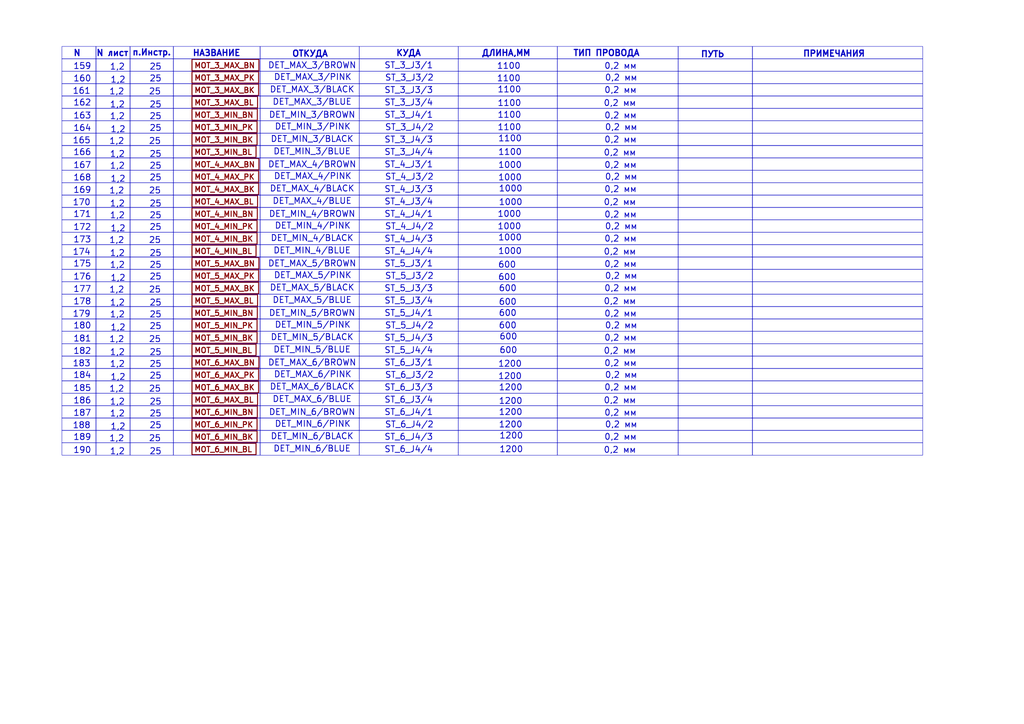
<source format=kicad_sch>
(kicad_sch
	(version 20231120)
	(generator "eeschema")
	(generator_version "8.0")
	(uuid "22f12089-7a89-4d0c-b9d5-6315322fe405")
	(paper "A3")
	(lib_symbols)
	(rectangle
		(start 278.13 181.61)
		(end 308.61 186.69)
		(stroke
			(width 0)
			(type default)
		)
		(fill
			(type none)
		)
		(uuid 00f2f0f8-bb03-4911-b4e1-5aceaaa16652)
	)
	(rectangle
		(start 278.13 59.69)
		(end 308.61 64.77)
		(stroke
			(width 0)
			(type default)
		)
		(fill
			(type none)
		)
		(uuid 010bec0d-6feb-40c4-97da-52892db5ea99)
	)
	(rectangle
		(start 106.68 95.25)
		(end 147.32 100.33)
		(stroke
			(width 0)
			(type default)
		)
		(fill
			(type none)
		)
		(uuid 01939602-089b-4328-a58e-e6b8f7774b2d)
	)
	(rectangle
		(start 308.61 156.21)
		(end 378.46 161.29)
		(stroke
			(width 0)
			(type default)
		)
		(fill
			(type none)
		)
		(uuid 01fa903e-5eac-42f5-8ef8-a9b223870a37)
	)
	(rectangle
		(start 187.96 59.69)
		(end 228.6 64.77)
		(stroke
			(width 0)
			(type default)
		)
		(fill
			(type none)
		)
		(uuid 0272e8c3-cb27-47d5-a545-aa5df7762ad2)
	)
	(rectangle
		(start 228.6 151.13)
		(end 278.13 156.21)
		(stroke
			(width 0)
			(type default)
		)
		(fill
			(type none)
		)
		(uuid 037faf7b-adf6-480d-bb8e-38bca3a591ea)
	)
	(rectangle
		(start 147.32 85.09)
		(end 187.96 90.17)
		(stroke
			(width 0)
			(type default)
		)
		(fill
			(type none)
		)
		(uuid 03b6cb2d-3360-4bc0-b43e-be3158d8d66c)
	)
	(rectangle
		(start 39.37 110.49)
		(end 53.34 115.57)
		(stroke
			(width 0)
			(type default)
		)
		(fill
			(type none)
		)
		(uuid 03d264a4-66d6-4dda-a480-7133a5d936e3)
	)
	(rectangle
		(start 71.12 24.13)
		(end 106.68 29.21)
		(stroke
			(width 0)
			(type default)
		)
		(fill
			(type none)
		)
		(uuid 05998d74-b113-480b-983c-a13899d735de)
	)
	(rectangle
		(start 187.96 166.37)
		(end 228.6 171.45)
		(stroke
			(width 0)
			(type default)
		)
		(fill
			(type none)
		)
		(uuid 05b97441-b52d-40a9-b214-21d5f0824de6)
	)
	(rectangle
		(start 53.34 95.25)
		(end 71.12 100.33)
		(stroke
			(width 0)
			(type default)
		)
		(fill
			(type none)
		)
		(uuid 07b7e373-bd29-4b39-a7cb-aebf681ab3ef)
	)
	(rectangle
		(start 71.12 105.41)
		(end 106.68 110.49)
		(stroke
			(width 0)
			(type default)
		)
		(fill
			(type none)
		)
		(uuid 092e5d6b-920f-41b5-8e18-5d0b622bf59d)
	)
	(rectangle
		(start 308.61 135.89)
		(end 378.46 140.97)
		(stroke
			(width 0)
			(type default)
		)
		(fill
			(type none)
		)
		(uuid 0a0c9e22-0691-464a-80c7-0f22efa52cb4)
	)
	(rectangle
		(start 25.4 171.45)
		(end 39.37 176.53)
		(stroke
			(width 0)
			(type default)
		)
		(fill
			(type none)
		)
		(uuid 0a789ff6-c702-4c9e-ae85-cab2636e4df1)
	)
	(rectangle
		(start 187.96 161.29)
		(end 228.6 166.37)
		(stroke
			(width 0)
			(type default)
		)
		(fill
			(type none)
		)
		(uuid 0ab92fb0-c1c4-40e1-b7e0-fa060d53a904)
	)
	(rectangle
		(start 53.34 74.93)
		(end 71.12 80.01)
		(stroke
			(width 0)
			(type default)
		)
		(fill
			(type none)
		)
		(uuid 0afa60a1-fc6b-4f17-b0f2-406b8f9c789f)
	)
	(rectangle
		(start 39.37 151.13)
		(end 53.34 156.21)
		(stroke
			(width 0)
			(type default)
		)
		(fill
			(type none)
		)
		(uuid 0d07f645-ec4e-449c-b452-05dd35c0caad)
	)
	(rectangle
		(start 53.34 85.09)
		(end 71.12 90.17)
		(stroke
			(width 0)
			(type default)
		)
		(fill
			(type none)
		)
		(uuid 0e486c77-e3fa-43d1-9a56-d04a6bfab542)
	)
	(rectangle
		(start 39.37 171.45)
		(end 53.34 176.53)
		(stroke
			(width 0)
			(type default)
		)
		(fill
			(type none)
		)
		(uuid 0ee49aac-09ce-40b1-ad39-c8c8c48e5e12)
	)
	(rectangle
		(start 39.37 120.65)
		(end 53.34 125.73)
		(stroke
			(width 0)
			(type default)
		)
		(fill
			(type none)
		)
		(uuid 1260ec89-596f-450c-8728-241bafda7b87)
	)
	(rectangle
		(start 39.37 166.37)
		(end 53.34 171.45)
		(stroke
			(width 0)
			(type default)
		)
		(fill
			(type none)
		)
		(uuid 12c62c49-a785-4d79-8216-f6fe6a2fa192)
	)
	(rectangle
		(start 25.4 100.33)
		(end 39.37 105.41)
		(stroke
			(width 0)
			(type default)
		)
		(fill
			(type none)
		)
		(uuid 13468152-8f97-43d3-b89f-b34907f7ccbc)
	)
	(rectangle
		(start 228.6 54.61)
		(end 278.13 59.69)
		(stroke
			(width 0)
			(type default)
		)
		(fill
			(type none)
		)
		(uuid 141e139d-58d5-47f9-8799-f66102742441)
	)
	(rectangle
		(start 278.13 135.89)
		(end 308.61 140.97)
		(stroke
			(width 0)
			(type default)
		)
		(fill
			(type none)
		)
		(uuid 146b0b2d-c5a4-4407-97a1-fe227da3962d)
	)
	(rectangle
		(start 278.13 130.81)
		(end 308.61 135.89)
		(stroke
			(width 0)
			(type default)
		)
		(fill
			(type none)
		)
		(uuid 14780d95-1f82-40ed-8df2-deab484f0d1e)
	)
	(rectangle
		(start 25.4 19.05)
		(end 39.37 24.13)
		(stroke
			(width 0)
			(type default)
		)
		(fill
			(type none)
		)
		(uuid 150b66c5-771a-4456-9199-7863fa2ce6b3)
	)
	(rectangle
		(start 278.13 151.13)
		(end 308.61 156.21)
		(stroke
			(width 0)
			(type default)
		)
		(fill
			(type none)
		)
		(uuid 15a0f396-22f2-4902-8ff8-7bd318f8ddd9)
	)
	(rectangle
		(start 147.32 166.37)
		(end 187.96 171.45)
		(stroke
			(width 0)
			(type default)
		)
		(fill
			(type none)
		)
		(uuid 15eb00cb-a328-475d-99de-c305635e21b4)
	)
	(rectangle
		(start 308.61 34.29)
		(end 378.46 39.37)
		(stroke
			(width 0)
			(type default)
		)
		(fill
			(type none)
		)
		(uuid 16b06720-af92-446a-bbc1-c1af01f18353)
	)
	(rectangle
		(start 187.96 24.13)
		(end 228.6 29.21)
		(stroke
			(width 0)
			(type default)
		)
		(fill
			(type none)
		)
		(uuid 18502f3d-27d7-47e2-bf92-b043e6fef5b5)
	)
	(rectangle
		(start 228.6 161.29)
		(end 278.13 166.37)
		(stroke
			(width 0)
			(type default)
		)
		(fill
			(type none)
		)
		(uuid 1954a2cc-b7b2-44ea-8993-fcb1e240773f)
	)
	(rectangle
		(start 53.34 125.73)
		(end 71.12 130.81)
		(stroke
			(width 0)
			(type default)
		)
		(fill
			(type none)
		)
		(uuid 19b3de39-013f-46ff-93d7-94be2509f2ab)
	)
	(rectangle
		(start 308.61 130.81)
		(end 378.46 135.89)
		(stroke
			(width 0)
			(type default)
		)
		(fill
			(type none)
		)
		(uuid 1c834541-aeda-4998-9c4b-1a0e72a30985)
	)
	(rectangle
		(start 147.32 95.25)
		(end 187.96 100.33)
		(stroke
			(width 0)
			(type default)
		)
		(fill
			(type none)
		)
		(uuid 1cc5819d-4142-4967-b442-b9413e2e047f)
	)
	(rectangle
		(start 53.34 34.29)
		(end 71.12 39.37)
		(stroke
			(width 0)
			(type default)
		)
		(fill
			(type none)
		)
		(uuid 1d374bac-856a-48d2-a60d-aa838c57b5f6)
	)
	(rectangle
		(start 106.68 166.37)
		(end 147.32 171.45)
		(stroke
			(width 0)
			(type default)
		)
		(fill
			(type none)
		)
		(uuid 1dc781f4-be9e-44ab-bdcc-479bdac6e947)
	)
	(rectangle
		(start 53.34 140.97)
		(end 71.12 146.05)
		(stroke
			(width 0)
			(type default)
		)
		(fill
			(type none)
		)
		(uuid 1dd9861c-5ea9-473b-b77f-e896a1c231f3)
	)
	(rectangle
		(start 71.12 146.05)
		(end 106.68 151.13)
		(stroke
			(width 0)
			(type default)
		)
		(fill
			(type none)
		)
		(uuid 1de8f3bb-75e1-4f06-acde-ee5c006df146)
	)
	(rectangle
		(start 106.68 90.17)
		(end 147.32 95.25)
		(stroke
			(width 0)
			(type default)
		)
		(fill
			(type none)
		)
		(uuid 1f72ccaf-82a3-4c09-9e22-0549267062e1)
	)
	(rectangle
		(start 106.68 29.21)
		(end 147.32 34.29)
		(stroke
			(width 0)
			(type default)
		)
		(fill
			(type none)
		)
		(uuid 203abf67-7816-4386-8e63-6a3b910a98b3)
	)
	(rectangle
		(start 53.34 59.69)
		(end 71.12 64.77)
		(stroke
			(width 0)
			(type default)
		)
		(fill
			(type none)
		)
		(uuid 215d70ac-5053-48be-941a-3a6662a4b2d7)
	)
	(rectangle
		(start 187.96 125.73)
		(end 228.6 130.81)
		(stroke
			(width 0)
			(type default)
		)
		(fill
			(type none)
		)
		(uuid 2234fe10-4077-496f-bc09-432c3d6b9bae)
	)
	(rectangle
		(start 25.4 49.53)
		(end 39.37 54.61)
		(stroke
			(width 0)
			(type default)
		)
		(fill
			(type none)
		)
		(uuid 243b4365-160e-44c7-ac5d-1965bc79540a)
	)
	(rectangle
		(start 308.61 64.77)
		(end 378.46 69.85)
		(stroke
			(width 0)
			(type default)
		)
		(fill
			(type none)
		)
		(uuid 25ca8b2c-88de-4f06-b913-35d3ef5d1ac8)
	)
	(rectangle
		(start 308.61 95.25)
		(end 378.46 100.33)
		(stroke
			(width 0)
			(type default)
		)
		(fill
			(type none)
		)
		(uuid 266a1e85-15d1-4758-8129-7a7f26f6edad)
	)
	(rectangle
		(start 106.68 140.97)
		(end 147.32 146.05)
		(stroke
			(width 0)
			(type default)
		)
		(fill
			(type none)
		)
		(uuid 268082ed-6f79-45e6-a595-27032b00ec8f)
	)
	(rectangle
		(start 39.37 59.69)
		(end 53.34 64.77)
		(stroke
			(width 0)
			(type default)
		)
		(fill
			(type none)
		)
		(uuid 26d87439-80f8-4675-8a44-679099e4cac7)
	)
	(rectangle
		(start 106.68 130.81)
		(end 147.32 135.89)
		(stroke
			(width 0)
			(type default)
		)
		(fill
			(type none)
		)
		(uuid 27980977-55c7-41d0-90e6-fff63060aab4)
	)
	(rectangle
		(start 308.61 85.09)
		(end 378.46 90.17)
		(stroke
			(width 0)
			(type default)
		)
		(fill
			(type none)
		)
		(uuid 27e22a08-da0b-4a82-957c-45556840c5bb)
	)
	(rectangle
		(start 71.12 181.61)
		(end 106.68 186.69)
		(stroke
			(width 0)
			(type default)
		)
		(fill
			(type none)
		)
		(uuid 2892f025-6f91-4f9a-882a-0800b6fa1fad)
	)
	(rectangle
		(start 278.13 19.05)
		(end 308.61 24.13)
		(stroke
			(width 0)
			(type default)
		)
		(fill
			(type none)
		)
		(uuid 29346710-f479-44b4-9ead-198bd384f5f3)
	)
	(rectangle
		(start 147.32 19.05)
		(end 187.96 24.13)
		(stroke
			(width 0)
			(type default)
		)
		(fill
			(type none)
		)
		(uuid 2984d036-688e-4176-b480-a9467aac548a)
	)
	(rectangle
		(start 228.6 95.25)
		(end 278.13 100.33)
		(stroke
			(width 0)
			(type default)
		)
		(fill
			(type none)
		)
		(uuid 29bd4a9d-8c83-4b31-bb51-b2be5070a0f4)
	)
	(rectangle
		(start 39.37 85.09)
		(end 53.34 90.17)
		(stroke
			(width 0)
			(type default)
		)
		(fill
			(type none)
		)
		(uuid 2af28873-e95a-4793-8981-8e65d78128cb)
	)
	(rectangle
		(start 25.4 151.13)
		(end 39.37 156.21)
		(stroke
			(width 0)
			(type default)
		)
		(fill
			(type none)
		)
		(uuid 2b274c90-c0f6-4cc8-b4e3-162565194413)
	)
	(rectangle
		(start 106.68 64.77)
		(end 147.32 69.85)
		(stroke
			(width 0)
			(type default)
		)
		(fill
			(type none)
		)
		(uuid 2b5ea215-5a89-4982-ac3e-c8e3a6070505)
	)
	(rectangle
		(start 71.12 125.73)
		(end 106.68 130.81)
		(stroke
			(width 0)
			(type default)
		)
		(fill
			(type none)
		)
		(uuid 2cadd49b-5570-42da-b80e-fb61a26fdcae)
	)
	(rectangle
		(start 39.37 95.25)
		(end 53.34 100.33)
		(stroke
			(width 0)
			(type default)
		)
		(fill
			(type none)
		)
		(uuid 2cb37299-8e9e-43fd-b70a-af8680fdba41)
	)
	(rectangle
		(start 147.32 130.81)
		(end 187.96 135.89)
		(stroke
			(width 0)
			(type default)
		)
		(fill
			(type none)
		)
		(uuid 2cfed564-7117-4fc5-bcf5-e0ec78e3503f)
	)
	(rectangle
		(start 228.6 146.05)
		(end 278.13 151.13)
		(stroke
			(width 0)
			(type default)
		)
		(fill
			(type none)
		)
		(uuid 2daafe38-1d26-4af9-a8d0-f36a4f60ff36)
	)
	(rectangle
		(start 187.96 115.57)
		(end 228.6 120.65)
		(stroke
			(width 0)
			(type default)
		)
		(fill
			(type none)
		)
		(uuid 2e09e666-cc73-485e-8551-67ed1aac226e)
	)
	(rectangle
		(start 147.32 151.13)
		(end 187.96 156.21)
		(stroke
			(width 0)
			(type default)
		)
		(fill
			(type none)
		)
		(uuid 2e15c643-7d23-4271-84a2-50ebe587eba9)
	)
	(rectangle
		(start 106.68 74.93)
		(end 147.32 80.01)
		(stroke
			(width 0)
			(type default)
		)
		(fill
			(type none)
		)
		(uuid 2fa3feac-a1cc-41e6-bb67-a1ab489d9bd2)
	)
	(rectangle
		(start 39.37 100.33)
		(end 53.34 105.41)
		(stroke
			(width 0)
			(type default)
		)
		(fill
			(type none)
		)
		(uuid 30424054-25a2-436d-8a33-98a5bb3f7db6)
	)
	(rectangle
		(start 147.32 44.45)
		(end 187.96 49.53)
		(stroke
			(width 0)
			(type default)
		)
		(fill
			(type none)
		)
		(uuid 30960219-b41d-41f3-bd75-118f60aff77c)
	)
	(rectangle
		(start 25.4 69.85)
		(end 39.37 74.93)
		(stroke
			(width 0)
			(type default)
		)
		(fill
			(type none)
		)
		(uuid 3266b75b-71d0-4a67-a7e6-4ce2a35dd176)
	)
	(rectangle
		(start 278.13 146.05)
		(end 308.61 151.13)
		(stroke
			(width 0)
			(type default)
		)
		(fill
			(type none)
		)
		(uuid 3422e4f8-1d5d-496d-8f09-f504f0609988)
	)
	(rectangle
		(start 278.13 49.53)
		(end 308.61 54.61)
		(stroke
			(width 0)
			(type default)
		)
		(fill
			(type none)
		)
		(uuid 34b3e2a8-a779-450e-8c4d-e8f4f48e3dfd)
	)
	(rectangle
		(start 308.61 166.37)
		(end 378.46 171.45)
		(stroke
			(width 0)
			(type default)
		)
		(fill
			(type none)
		)
		(uuid 37396656-c0e7-40e7-97f7-8fcc335526aa)
	)
	(rectangle
		(start 71.12 110.49)
		(end 106.68 115.57)
		(stroke
			(width 0)
			(type default)
		)
		(fill
			(type none)
		)
		(uuid 37f6fc3e-4cd3-4279-ace0-e62d54a78c7a)
	)
	(rectangle
		(start 39.37 90.17)
		(end 53.34 95.25)
		(stroke
			(width 0)
			(type default)
		)
		(fill
			(type none)
		)
		(uuid 3805dbe0-f705-4b50-abde-4fb7a11a9fd1)
	)
	(rectangle
		(start 187.96 130.81)
		(end 228.6 135.89)
		(stroke
			(width 0)
			(type default)
		)
		(fill
			(type none)
		)
		(uuid 3a720801-31ff-4fa6-b420-847a8578f9ff)
	)
	(rectangle
		(start 308.61 19.05)
		(end 378.46 24.13)
		(stroke
			(width 0)
			(type default)
		)
		(fill
			(type none)
		)
		(uuid 3b703385-253e-457c-abd7-4bc0f2a4de48)
	)
	(rectangle
		(start 39.37 115.57)
		(end 53.34 120.65)
		(stroke
			(width 0)
			(type default)
		)
		(fill
			(type none)
		)
		(uuid 3ba9907e-4ada-4a69-9c02-4112cf5729fc)
	)
	(rectangle
		(start 71.12 130.81)
		(end 106.68 135.89)
		(stroke
			(width 0)
			(type default)
		)
		(fill
			(type none)
		)
		(uuid 3c6a6eec-fce7-491a-826a-47e81a913e90)
	)
	(rectangle
		(start 53.34 156.21)
		(end 71.12 161.29)
		(stroke
			(width 0)
			(type default)
		)
		(fill
			(type none)
		)
		(uuid 3c81ba38-7758-44a5-902a-afb457fd8def)
	)
	(rectangle
		(start 53.34 54.61)
		(end 71.12 59.69)
		(stroke
			(width 0)
			(type default)
		)
		(fill
			(type none)
		)
		(uuid 3e422e13-ade6-4e63-a168-af1c6bff4822)
	)
	(rectangle
		(start 106.68 181.61)
		(end 147.32 186.69)
		(stroke
			(width 0)
			(type default)
		)
		(fill
			(type none)
		)
		(uuid 3e5614e2-e880-4263-8e11-1e2af177e1ac)
	)
	(rectangle
		(start 228.6 140.97)
		(end 278.13 146.05)
		(stroke
			(width 0)
			(type default)
		)
		(fill
			(type none)
		)
		(uuid 3e774524-891b-47bf-af7a-70e2f69eb6a8)
	)
	(rectangle
		(start 308.61 140.97)
		(end 378.46 146.05)
		(stroke
			(width 0)
			(type default)
		)
		(fill
			(type none)
		)
		(uuid 3f7b94b8-aea1-46e5-a4ee-c0853839203e)
	)
	(rectangle
		(start 278.13 166.37)
		(end 308.61 171.45)
		(stroke
			(width 0)
			(type default)
		)
		(fill
			(type none)
		)
		(uuid 41c684ce-c872-4adf-ac1d-14fe3fbf2ec0)
	)
	(rectangle
		(start 71.12 54.61)
		(end 106.68 59.69)
		(stroke
			(width 0)
			(type default)
		)
		(fill
			(type none)
		)
		(uuid 425555fe-3614-423e-9dcd-bfc01d4f7922)
	)
	(rectangle
		(start 106.68 161.29)
		(end 147.32 166.37)
		(stroke
			(width 0)
			(type default)
		)
		(fill
			(type none)
		)
		(uuid 43349653-0b15-4518-b945-b421f4127ed5)
	)
	(rectangle
		(start 278.13 29.21)
		(end 308.61 34.29)
		(stroke
			(width 0)
			(type default)
		)
		(fill
			(type none)
		)
		(uuid 4336b021-2a47-4dcf-a81d-0e5f0cab905f)
	)
	(rectangle
		(start 228.6 59.69)
		(end 278.13 64.77)
		(stroke
			(width 0)
			(type default)
		)
		(fill
			(type none)
		)
		(uuid 433f2dc6-194d-4716-b70a-04825923b032)
	)
	(rectangle
		(start 25.4 95.25)
		(end 39.37 100.33)
		(stroke
			(width 0)
			(type default)
		)
		(fill
			(type none)
		)
		(uuid 439e700c-0620-4b47-8460-07243db6820a)
	)
	(rectangle
		(start 53.34 166.37)
		(end 71.12 171.45)
		(stroke
			(width 0)
			(type default)
		)
		(fill
			(type none)
		)
		(uuid 44bbcf4c-346e-44e0-a965-67ac4d793136)
	)
	(rectangle
		(start 278.13 156.21)
		(end 308.61 161.29)
		(stroke
			(width 0)
			(type default)
		)
		(fill
			(type none)
		)
		(uuid 4823fc9c-c1fb-4cba-9cd5-bf25fdb57087)
	)
	(rectangle
		(start 106.68 34.29)
		(end 147.32 39.37)
		(stroke
			(width 0)
			(type default)
		)
		(fill
			(type none)
		)
		(uuid 497ac764-0ec9-4658-a8ab-13b372011a3d)
	)
	(rectangle
		(start 106.68 171.45)
		(end 147.32 176.53)
		(stroke
			(width 0)
			(type default)
		)
		(fill
			(type none)
		)
		(uuid 4c05621c-0246-4148-8e23-8da2a9af8fdf)
	)
	(rectangle
		(start 39.37 39.37)
		(end 53.34 44.45)
		(stroke
			(width 0)
			(type default)
		)
		(fill
			(type none)
		)
		(uuid 4c78eadb-196f-48b5-9b45-be4953ffb35b)
	)
	(rectangle
		(start 25.4 135.89)
		(end 39.37 140.97)
		(stroke
			(width 0)
			(type default)
		)
		(fill
			(type none)
		)
		(uuid 516482b9-7138-41bd-8f4a-be6fcf35ca55)
	)
	(rectangle
		(start 71.12 44.45)
		(end 106.68 49.53)
		(stroke
			(width 0)
			(type default)
		)
		(fill
			(type none)
		)
		(uuid 5182d4d2-7c78-42e8-947f-b3c19ea4ea25)
	)
	(rectangle
		(start 39.37 49.53)
		(end 53.34 54.61)
		(stroke
			(width 0)
			(type default)
		)
		(fill
			(type none)
		)
		(uuid 51aaa683-c652-4298-ab15-2543655ee710)
	)
	(rectangle
		(start 53.34 64.77)
		(end 71.12 69.85)
		(stroke
			(width 0)
			(type default)
		)
		(fill
			(type none)
		)
		(uuid 51de078c-3709-43c3-83f6-ad941f215b20)
	)
	(rectangle
		(start 71.12 176.53)
		(end 106.68 181.61)
		(stroke
			(width 0)
			(type default)
		)
		(fill
			(type none)
		)
		(uuid 51f6f32e-26b8-4120-a53c-30e800f5c3cd)
	)
	(rectangle
		(start 278.13 39.37)
		(end 308.61 44.45)
		(stroke
			(width 0)
			(type default)
		)
		(fill
			(type none)
		)
		(uuid 52f41da7-6956-4597-9e42-67d6f9209895)
	)
	(rectangle
		(start 147.32 80.01)
		(end 187.96 85.09)
		(stroke
			(width 0)
			(type default)
		)
		(fill
			(type none)
		)
		(uuid 53778a92-6945-44a9-983f-429ff44d7627)
	)
	(rectangle
		(start 39.37 130.81)
		(end 53.34 135.89)
		(stroke
			(width 0)
			(type default)
		)
		(fill
			(type none)
		)
		(uuid 53ae3174-ecaf-4e2b-84d4-d58d0825b6c9)
	)
	(rectangle
		(start 308.61 74.93)
		(end 378.46 80.01)
		(stroke
			(width 0)
			(type default)
		)
		(fill
			(type none)
		)
		(uuid 53be437b-2790-4521-b41a-ab39198c6cc4)
	)
	(rectangle
		(start 53.34 19.05)
		(end 71.12 24.13)
		(stroke
			(width 0)
			(type default)
		)
		(fill
			(type none)
		)
		(uuid 54395e52-fcb6-4f78-92b8-69770ce171e6)
	)
	(rectangle
		(start 228.6 115.57)
		(end 278.13 120.65)
		(stroke
			(width 0)
			(type default)
		)
		(fill
			(type none)
		)
		(uuid 5661082e-484f-4ae5-8da2-fc876402abef)
	)
	(rectangle
		(start 106.68 115.57)
		(end 147.32 120.65)
		(stroke
			(width 0)
			(type default)
		)
		(fill
			(type none)
		)
		(uuid 575f7c72-d64a-46a9-8054-ae7781b0dbd9)
	)
	(rectangle
		(start 71.12 161.29)
		(end 106.68 166.37)
		(stroke
			(width 0)
			(type default)
		)
		(fill
			(type none)
		)
		(uuid 5832074b-c056-4f60-8ede-3f227927ef7f)
	)
	(rectangle
		(start 25.4 39.37)
		(end 39.37 44.45)
		(stroke
			(width 0)
			(type default)
		)
		(fill
			(type none)
		)
		(uuid 58c61418-1ee3-4176-a532-57075f079962)
	)
	(rectangle
		(start 53.34 100.33)
		(end 71.12 105.41)
		(stroke
			(width 0)
			(type default)
		)
		(fill
			(type none)
		)
		(uuid 593dc437-604a-4c60-abea-ccaddf7840bf)
	)
	(rectangle
		(start 53.34 44.45)
		(end 71.12 49.53)
		(stroke
			(width 0)
			(type default)
		)
		(fill
			(type none)
		)
		(uuid 5973d1bd-553e-4535-974c-18d6876daae5)
	)
	(rectangle
		(start 53.34 146.05)
		(end 71.12 151.13)
		(stroke
			(width 0)
			(type default)
		)
		(fill
			(type none)
		)
		(uuid 5a3870f7-85e0-44be-98c5-0067b37f9d93)
	)
	(rectangle
		(start 147.32 24.13)
		(end 187.96 29.21)
		(stroke
			(width 0)
			(type default)
		)
		(fill
			(type none)
		)
		(uuid 5b9bfe1f-db33-4af4-8e14-af0dd86f4d2f)
	)
	(rectangle
		(start 106.68 54.61)
		(end 147.32 59.69)
		(stroke
			(width 0)
			(type default)
		)
		(fill
			(type none)
		)
		(uuid 5bcfb948-3254-468c-9e73-4405fca4a8a8)
	)
	(rectangle
		(start 25.4 156.21)
		(end 39.37 161.29)
		(stroke
			(width 0)
			(type default)
		)
		(fill
			(type none)
		)
		(uuid 5dfe088f-8c1b-423c-84e6-f4c291c991d0)
	)
	(rectangle
		(start 187.96 156.21)
		(end 228.6 161.29)
		(stroke
			(width 0)
			(type default)
		)
		(fill
			(type none)
		)
		(uuid 5e8f17c0-64d3-4f6a-9a21-a56691e49ecd)
	)
	(rectangle
		(start 228.6 85.09)
		(end 278.13 90.17)
		(stroke
			(width 0)
			(type default)
		)
		(fill
			(type none)
		)
		(uuid 5e956d66-5cba-49e9-ac56-a5080bb8c1de)
	)
	(rectangle
		(start 187.96 135.89)
		(end 228.6 140.97)
		(stroke
			(width 0)
			(type default)
		)
		(fill
			(type none)
		)
		(uuid 5eea20e5-b733-4875-9c05-68617f52ce0b)
	)
	(rectangle
		(start 228.6 171.45)
		(end 278.13 176.53)
		(stroke
			(width 0)
			(type default)
		)
		(fill
			(type none)
		)
		(uuid 5f516122-403e-44ff-b85c-888117b20c08)
	)
	(rectangle
		(start 228.6 166.37)
		(end 278.13 171.45)
		(stroke
			(width 0)
			(type default)
		)
		(fill
			(type none)
		)
		(uuid 5fe24ee4-287b-4ddb-ba85-ad4fd674c6e7)
	)
	(rectangle
		(start 147.32 100.33)
		(end 187.96 105.41)
		(stroke
			(width 0)
			(type default)
		)
		(fill
			(type none)
		)
		(uuid 6065dab0-4e19-44b8-b2db-4ab15f464576)
	)
	(rectangle
		(start 39.37 54.61)
		(end 53.34 59.69)
		(stroke
			(width 0)
			(type default)
		)
		(fill
			(type none)
		)
		(uuid 633c11c8-9da8-402e-b5d2-d5d4291ac04f)
	)
	(rectangle
		(start 228.6 110.49)
		(end 278.13 115.57)
		(stroke
			(width 0)
			(type default)
		)
		(fill
			(type none)
		)
		(uuid 63e00cc3-60bd-4513-b93a-7e8ad5dcf6d8)
	)
	(rectangle
		(start 25.4 64.77)
		(end 39.37 69.85)
		(stroke
			(width 0)
			(type default)
		)
		(fill
			(type none)
		)
		(uuid 641f6e31-04fc-4dea-83f1-b1ca0a2ef953)
	)
	(rectangle
		(start 187.96 110.49)
		(end 228.6 115.57)
		(stroke
			(width 0)
			(type default)
		)
		(fill
			(type none)
		)
		(uuid 64269f04-09ad-427e-8aea-a8b51962c7bf)
	)
	(rectangle
		(start 278.13 95.25)
		(end 308.61 100.33)
		(stroke
			(width 0)
			(type default)
		)
		(fill
			(type none)
		)
		(uuid 644dc0d4-1c0d-4cf0-8338-547b7b474a99)
	)
	(rectangle
		(start 308.61 146.05)
		(end 378.46 151.13)
		(stroke
			(width 0)
			(type default)
		)
		(fill
			(type none)
		)
		(uuid 66a28504-9e32-4961-9209-c665406e7348)
	)
	(rectangle
		(start 106.68 120.65)
		(end 147.32 125.73)
		(stroke
			(width 0)
			(type default)
		)
		(fill
			(type none)
		)
		(uuid 67bf3d88-bfc1-4234-8248-cd195e8526ac)
	)
	(rectangle
		(start 39.37 146.05)
		(end 53.34 151.13)
		(stroke
			(width 0)
			(type default)
		)
		(fill
			(type none)
		)
		(uuid 682eb8ac-c886-4d6e-982f-8a334d1df90b)
	)
	(rectangle
		(start 147.32 115.57)
		(end 187.96 120.65)
		(stroke
			(width 0)
			(type default)
		)
		(fill
			(type none)
		)
		(uuid 68e71627-43fa-4f5d-baed-861de256597b)
	)
	(rectangle
		(start 278.13 100.33)
		(end 308.61 105.41)
		(stroke
			(width 0)
			(type default)
		)
		(fill
			(type none)
		)
		(uuid 6931d82c-94a5-4425-85d2-cb24eb7e7556)
	)
	(rectangle
		(start 308.61 181.61)
		(end 378.46 186.69)
		(stroke
			(width 0)
			(type default)
		)
		(fill
			(type none)
		)
		(uuid 6964df2c-7672-46a4-884e-6af6923c7c4a)
	)
	(rectangle
		(start 308.61 49.53)
		(end 378.46 54.61)
		(stroke
			(width 0)
			(type default)
		)
		(fill
			(type none)
		)
		(uuid 6a4f3f2c-9c3c-4fcf-8c27-48788ff37325)
	)
	(rectangle
		(start 71.12 156.21)
		(end 106.68 161.29)
		(stroke
			(width 0)
			(type default)
		)
		(fill
			(type none)
		)
		(uuid 6bb9fb50-283c-4aaf-9dc3-e371e4f3a96b)
	)
	(rectangle
		(start 71.12 34.29)
		(end 106.68 39.37)
		(stroke
			(width 0)
			(type default)
		)
		(fill
			(type none)
		)
		(uuid 6ce3ba27-9660-4059-b953-fccd0d578127)
	)
	(rectangle
		(start 25.4 125.73)
		(end 39.37 130.81)
		(stroke
			(width 0)
			(type default)
		)
		(fill
			(type none)
		)
		(uuid 6eab0265-d381-4451-8cac-7e2afa5131c9)
	)
	(rectangle
		(start 39.37 24.13)
		(end 53.34 29.21)
		(stroke
			(width 0)
			(type default)
		)
		(fill
			(type none)
		)
		(uuid 6eee9f08-0844-4aaf-bbe3-42ffc090a94d)
	)
	(rectangle
		(start 228.6 125.73)
		(end 278.13 130.81)
		(stroke
			(width 0)
			(type default)
		)
		(fill
			(type none)
		)
		(uuid 6eef5828-9e12-419e-b2e8-581e06d558b7)
	)
	(rectangle
		(start 187.96 95.25)
		(end 228.6 100.33)
		(stroke
			(width 0)
			(type default)
		)
		(fill
			(type none)
		)
		(uuid 6f4e283c-595a-4b42-b277-97be43b9e8a6)
	)
	(rectangle
		(start 71.12 100.33)
		(end 106.68 105.41)
		(stroke
			(width 0)
			(type default)
		)
		(fill
			(type none)
		)
		(uuid 6f99843a-bcb3-4516-a1cf-d2a5eb495d9d)
	)
	(rectangle
		(start 308.61 100.33)
		(end 378.46 105.41)
		(stroke
			(width 0)
			(type default)
		)
		(fill
			(type none)
		)
		(uuid 701690cb-3c7a-4c71-8924-52c86d71e358)
	)
	(rectangle
		(start 187.96 69.85)
		(end 228.6 74.93)
		(stroke
			(width 0)
			(type default)
		)
		(fill
			(type none)
		)
		(uuid 70ae8f9b-015e-4c23-825a-0ed6deb3fb0a)
	)
	(rectangle
		(start 278.13 161.29)
		(end 308.61 166.37)
		(stroke
			(width 0)
			(type default)
		)
		(fill
			(type none)
		)
		(uuid 70d138aa-3e90-4479-8e3f-bdf4a02f9961)
	)
	(rectangle
		(start 106.68 85.09)
		(end 147.32 90.17)
		(stroke
			(width 0)
			(type default)
		)
		(fill
			(type none)
		)
		(uuid 710f8cc2-09a3-4048-a817-50c931cdfea3)
	)
	(rectangle
		(start 71.12 19.05)
		(end 106.68 24.13)
		(stroke
			(width 0)
			(type default)
		)
		(fill
			(type none)
		)
		(uuid 71248712-ed63-4666-a3d3-7a2dc70531c7)
	)
	(rectangle
		(start 53.34 80.01)
		(end 71.12 85.09)
		(stroke
			(width 0)
			(type default)
		)
		(fill
			(type none)
		)
		(uuid 7227c481-6aa1-4109-96e4-dfbe0e8c46cc)
	)
	(rectangle
		(start 187.96 49.53)
		(end 228.6 54.61)
		(stroke
			(width 0)
			(type default)
		)
		(fill
			(type none)
		)
		(uuid 72d482d7-8b68-4d54-aa8b-48961ac7c1ec)
	)
	(rectangle
		(start 228.6 44.45)
		(end 278.13 49.53)
		(stroke
			(width 0)
			(type default)
		)
		(fill
			(type none)
		)
		(uuid 75aeb0b7-bac0-488d-9866-419472582526)
	)
	(rectangle
		(start 71.12 95.25)
		(end 106.68 100.33)
		(stroke
			(width 0)
			(type default)
		)
		(fill
			(type none)
		)
		(uuid 75ff30e4-7813-4075-a498-fb8a1f47ba62)
	)
	(rectangle
		(start 147.32 176.53)
		(end 187.96 181.61)
		(stroke
			(width 0)
			(type default)
		)
		(fill
			(type none)
		)
		(uuid 762ceaf2-6934-4e37-ba7a-ce24a384d0dd)
	)
	(rectangle
		(start 71.12 90.17)
		(end 106.68 95.25)
		(stroke
			(width 0)
			(type default)
		)
		(fill
			(type none)
		)
		(uuid 76cafeb7-8594-491a-8edc-0078051591ed)
	)
	(rectangle
		(start 147.32 64.77)
		(end 187.96 69.85)
		(stroke
			(width 0)
			(type default)
		)
		(fill
			(type none)
		)
		(uuid 7757dec1-4d0a-47af-bcc7-90e091b7c9ca)
	)
	(rectangle
		(start 228.6 29.21)
		(end 278.13 34.29)
		(stroke
			(width 0)
			(type default)
		)
		(fill
			(type none)
		)
		(uuid 78381804-7912-4701-86e7-399a39b7d446)
	)
	(rectangle
		(start 147.32 161.29)
		(end 187.96 166.37)
		(stroke
			(width 0)
			(type default)
		)
		(fill
			(type none)
		)
		(uuid 7a540fd6-5d4f-4beb-b2db-1e3adc362da2)
	)
	(rectangle
		(start 25.4 44.45)
		(end 39.37 49.53)
		(stroke
			(width 0)
			(type default)
		)
		(fill
			(type none)
		)
		(uuid 7a928da7-59e5-4493-9e30-54cee807f43f)
	)
	(rectangle
		(start 25.4 74.93)
		(end 39.37 80.01)
		(stroke
			(width 0)
			(type default)
		)
		(fill
			(type none)
		)
		(uuid 7b58a196-6fc6-43fc-85a8-a09a5578d11d)
	)
	(rectangle
		(start 147.32 34.29)
		(end 187.96 39.37)
		(stroke
			(width 0)
			(type default)
		)
		(fill
			(type none)
		)
		(uuid 7b6ddf11-83b8-4a6e-87ee-50d7e46116b7)
	)
	(rectangle
		(start 228.6 24.13)
		(end 278.13 29.21)
		(stroke
			(width 0)
			(type default)
		)
		(fill
			(type none)
		)
		(uuid 7b87ec18-fc0b-4964-afab-ea43119d894e)
	)
	(rectangle
		(start 228.6 90.17)
		(end 278.13 95.25)
		(stroke
			(width 0)
			(type default)
		)
		(fill
			(type none)
		)
		(uuid 7bb770dc-1dee-4ab9-b2fc-bf9494809fde)
	)
	(rectangle
		(start 278.13 176.53)
		(end 308.61 181.61)
		(stroke
			(width 0)
			(type default)
		)
		(fill
			(type none)
		)
		(uuid 7bbd13a8-daea-4770-94bb-0f4430de6406)
	)
	(rectangle
		(start 53.34 120.65)
		(end 71.12 125.73)
		(stroke
			(width 0)
			(type default)
		)
		(fill
			(type none)
		)
		(uuid 7c0b23a8-e70b-4865-a7f2-5b468ec2705d)
	)
	(rectangle
		(start 308.61 120.65)
		(end 378.46 125.73)
		(stroke
			(width 0)
			(type default)
		)
		(fill
			(type none)
		)
		(uuid 7c78d754-50a1-42b0-a639-7179dd6c5195)
	)
	(rectangle
		(start 53.34 181.61)
		(end 71.12 186.69)
		(stroke
			(width 0)
			(type default)
		)
		(fill
			(type none)
		)
		(uuid 7ca488e9-4354-4cbc-afc0-d94c27b598fd)
	)
	(rectangle
		(start 187.96 64.77)
		(end 228.6 69.85)
		(stroke
			(width 0)
			(type default)
		)
		(fill
			(type none)
		)
		(uuid 7d8664c8-d3f4-46ae-b2bf-c04f6f7d7fc2)
	)
	(rectangle
		(start 187.96 44.45)
		(end 228.6 49.53)
		(stroke
			(width 0)
			(type default)
		)
		(fill
			(type none)
		)
		(uuid 7fca584b-2fae-4391-b7a1-1af38451a633)
	)
	(rectangle
		(start 228.6 156.21)
		(end 278.13 161.29)
		(stroke
			(width 0)
			(type default)
		)
		(fill
			(type none)
		)
		(uuid 8102d7e3-d5a5-4c78-bea5-5598cdbb83a7)
	)
	(rectangle
		(start 71.12 85.09)
		(end 106.68 90.17)
		(stroke
			(width 0)
			(type default)
		)
		(fill
			(type none)
		)
		(uuid 81500e0f-1d20-49ab-a395-04af9b69caf2)
	)
	(rectangle
		(start 71.12 140.97)
		(end 106.68 146.05)
		(stroke
			(width 0)
			(type default)
		)
		(fill
			(type none)
		)
		(uuid 8260c6a0-cc35-4e2b-a34e-1fb32c68c63f)
	)
	(rectangle
		(start 39.37 161.29)
		(end 53.34 166.37)
		(stroke
			(width 0)
			(type default)
		)
		(fill
			(type none)
		)
		(uuid 83b9f5f0-e63d-460e-af2d-84a54ed5501c)
	)
	(rectangle
		(start 25.4 24.13)
		(end 39.37 29.21)
		(stroke
			(width 0)
			(type default)
		)
		(fill
			(type none)
		)
		(uuid 85d404b9-3554-4564-ad75-adee6da2c182)
	)
	(rectangle
		(start 308.61 115.57)
		(end 378.46 120.65)
		(stroke
			(width 0)
			(type default)
		)
		(fill
			(type none)
		)
		(uuid 85fc70bb-c137-4f6f-adf6-ecfe7304866c)
	)
	(rectangle
		(start 278.13 24.13)
		(end 308.61 29.21)
		(stroke
			(width 0)
			(type default)
		)
		(fill
			(type none)
		)
		(uuid 86c536fa-4fb3-4832-9e4c-e10b4fc187d4)
	)
	(rectangle
		(start 228.6 181.61)
		(end 278.13 186.69)
		(stroke
			(width 0)
			(type default)
		)
		(fill
			(type none)
		)
		(uuid 8854dadc-941f-4178-931d-d4a1c0ae434d)
	)
	(rectangle
		(start 228.6 74.93)
		(end 278.13 80.01)
		(stroke
			(width 0)
			(type default)
		)
		(fill
			(type none)
		)
		(uuid 8979f14a-95db-4544-a6fb-443f7275d44e)
	)
	(rectangle
		(start 147.32 110.49)
		(end 187.96 115.57)
		(stroke
			(width 0)
			(type default)
		)
		(fill
			(type none)
		)
		(uuid 8a264581-fcc0-4527-ac54-3053376f6b07)
	)
	(rectangle
		(start 53.34 24.13)
		(end 71.12 29.21)
		(stroke
			(width 0)
			(type default)
		)
		(fill
			(type none)
		)
		(uuid 8ab99761-1b4b-412e-988d-3e2afffdf67e)
	)
	(rectangle
		(start 106.68 146.05)
		(end 147.32 151.13)
		(stroke
			(width 0)
			(type default)
		)
		(fill
			(type none)
		)
		(uuid 8be99587-0bf3-4be1-a23d-b763030e5317)
	)
	(rectangle
		(start 106.68 100.33)
		(end 147.32 105.41)
		(stroke
			(width 0)
			(type default)
		)
		(fill
			(type none)
		)
		(uuid 8cff937f-9052-47b9-8603-c0d5c2579c5e)
	)
	(rectangle
		(start 187.96 171.45)
		(end 228.6 176.53)
		(stroke
			(width 0)
			(type default)
		)
		(fill
			(type none)
		)
		(uuid 8e60529a-194e-46da-989e-9d52d7533ca6)
	)
	(rectangle
		(start 147.32 140.97)
		(end 187.96 146.05)
		(stroke
			(width 0)
			(type default)
		)
		(fill
			(type none)
		)
		(uuid 8eabf894-efa6-47e5-9058-33f5dca297e4)
	)
	(rectangle
		(start 147.32 105.41)
		(end 187.96 110.49)
		(stroke
			(width 0)
			(type default)
		)
		(fill
			(type none)
		)
		(uuid 8ff68a02-7e37-42a6-80ea-d2779e7014fb)
	)
	(rectangle
		(start 71.12 80.01)
		(end 106.68 85.09)
		(stroke
			(width 0)
			(type default)
		)
		(fill
			(type none)
		)
		(uuid 904fd3e2-9b4f-4cbc-b900-8f4c8e297449)
	)
	(rectangle
		(start 39.37 181.61)
		(end 53.34 186.69)
		(stroke
			(width 0)
			(type default)
		)
		(fill
			(type none)
		)
		(uuid 913f6343-18c2-4186-893e-3ab6ff94ef64)
	)
	(rectangle
		(start 278.13 44.45)
		(end 308.61 49.53)
		(stroke
			(width 0)
			(type default)
		)
		(fill
			(type none)
		)
		(uuid 91e455d6-b616-48af-953f-998dcf461e1d)
	)
	(rectangle
		(start 187.96 105.41)
		(end 228.6 110.49)
		(stroke
			(width 0)
			(type default)
		)
		(fill
			(type none)
		)
		(uuid 93216226-e1ea-442d-b7eb-f27cba31e69c)
	)
	(rectangle
		(start 278.13 90.17)
		(end 308.61 95.25)
		(stroke
			(width 0)
			(type default)
		)
		(fill
			(type none)
		)
		(uuid 95430acf-348a-46be-b98a-d4c3b6e6365e)
	)
	(rectangle
		(start 278.13 64.77)
		(end 308.61 69.85)
		(stroke
			(width 0)
			(type default)
		)
		(fill
			(type none)
		)
		(uuid 95c42e5a-3db3-4864-bda2-922f2d6c3256)
	)
	(rectangle
		(start 106.68 49.53)
		(end 147.32 54.61)
		(stroke
			(width 0)
			(type default)
		)
		(fill
			(type none)
		)
		(uuid 96132b5c-5172-4cfb-b2a3-e17de079def2)
	)
	(rectangle
		(start 187.96 34.29)
		(end 228.6 39.37)
		(stroke
			(width 0)
			(type default)
		)
		(fill
			(type none)
		)
		(uuid 971f60ab-dd8e-43b9-a700-43de286ae44f)
	)
	(rectangle
		(start 25.4 161.29)
		(end 39.37 166.37)
		(stroke
			(width 0)
			(type default)
		)
		(fill
			(type none)
		)
		(uuid 976d30dd-7d85-48f9-a321-b61b0b47549d)
	)
	(rectangle
		(start 278.13 54.61)
		(end 308.61 59.69)
		(stroke
			(width 0)
			(type default)
		)
		(fill
			(type none)
		)
		(uuid 992fe046-969a-4dea-9c22-238826b1f291)
	)
	(rectangle
		(start 39.37 135.89)
		(end 53.34 140.97)
		(stroke
			(width 0)
			(type default)
		)
		(fill
			(type none)
		)
		(uuid 9949077a-4023-4012-9342-7bb3c948c395)
	)
	(rectangle
		(start 71.12 115.57)
		(end 106.68 120.65)
		(stroke
			(width 0)
			(type default)
		)
		(fill
			(type none)
		)
		(uuid 99eae57f-ed30-4d00-903a-dd32635fd479)
	)
	(rectangle
		(start 147.32 90.17)
		(end 187.96 95.25)
		(stroke
			(width 0)
			(type default)
		)
		(fill
			(type none)
		)
		(uuid 9c6f523c-c15c-44ba-81bf-95c5f603ecf0)
	)
	(rectangle
		(start 187.96 151.13)
		(end 228.6 156.21)
		(stroke
			(width 0)
			(type default)
		)
		(fill
			(type none)
		)
		(uuid 9d25ede1-465f-4336-9b6b-0c766c419b05)
	)
	(rectangle
		(start 106.68 24.13)
		(end 147.32 29.21)
		(stroke
			(width 0)
			(type default)
		)
		(fill
			(type none)
		)
		(uuid 9dbad77e-ffa0-4b93-9cd3-65c5a5608618)
	)
	(rectangle
		(start 106.68 135.89)
		(end 147.32 140.97)
		(stroke
			(width 0)
			(type default)
		)
		(fill
			(type none)
		)
		(uuid 9dca6d31-ae16-46c9-a297-2c4582c3c2ff)
	)
	(rectangle
		(start 39.37 34.29)
		(end 53.34 39.37)
		(stroke
			(width 0)
			(type default)
		)
		(fill
			(type none)
		)
		(uuid 9dd64ee0-20ae-4933-823a-a11881449375)
	)
	(rectangle
		(start 71.12 39.37)
		(end 106.68 44.45)
		(stroke
			(width 0)
			(type default)
		)
		(fill
			(type none)
		)
		(uuid 9df453af-4e9f-484f-a010-04186856e166)
	)
	(rectangle
		(start 147.32 181.61)
		(end 187.96 186.69)
		(stroke
			(width 0)
			(type default)
		)
		(fill
			(type none)
		)
		(uuid 9e7033a8-5b84-4a24-9557-4aa829cf87aa)
	)
	(rectangle
		(start 147.32 39.37)
		(end 187.96 44.45)
		(stroke
			(width 0)
			(type default)
		)
		(fill
			(type none)
		)
		(uuid 9f91e622-6ea9-4e38-a660-17b1b97b1f08)
	)
	(rectangle
		(start 39.37 44.45)
		(end 53.34 49.53)
		(stroke
			(width 0)
			(type default)
		)
		(fill
			(type none)
		)
		(uuid 9f98fd77-7b06-43c0-9b75-e4596f1944d5)
	)
	(rectangle
		(start 308.61 44.45)
		(end 378.46 49.53)
		(stroke
			(width 0)
			(type default)
		)
		(fill
			(type none)
		)
		(uuid 9fecceac-2988-489b-848d-6db9b372e225)
	)
	(rectangle
		(start 53.34 69.85)
		(end 71.12 74.93)
		(stroke
			(width 0)
			(type default)
		)
		(fill
			(type none)
		)
		(uuid a0671992-e218-4616-b430-bd1702680c14)
	)
	(rectangle
		(start 106.68 125.73)
		(end 147.32 130.81)
		(stroke
			(width 0)
			(type default)
		)
		(fill
			(type none)
		)
		(uuid a1060dba-8f48-4716-94b7-1b6c46a6756b)
	)
	(rectangle
		(start 25.4 34.29)
		(end 39.37 39.37)
		(stroke
			(width 0)
			(type default)
		)
		(fill
			(type none)
		)
		(uuid a10e5b85-84e9-449e-9a9a-648fc4e761aa)
	)
	(rectangle
		(start 106.68 44.45)
		(end 147.32 49.53)
		(stroke
			(width 0)
			(type default)
		)
		(fill
			(type none)
		)
		(uuid a1b02f26-30eb-4bf7-ad18-874503a5f9b4)
	)
	(rectangle
		(start 71.12 59.69)
		(end 106.68 64.77)
		(stroke
			(width 0)
			(type default)
		)
		(fill
			(type none)
		)
		(uuid a2010052-8927-45a2-ba25-2084398df751)
	)
	(rectangle
		(start 187.96 39.37)
		(end 228.6 44.45)
		(stroke
			(width 0)
			(type default)
		)
		(fill
			(type none)
		)
		(uuid a31ceae0-b822-4e97-a67e-2cc2915acc27)
	)
	(rectangle
		(start 278.13 115.57)
		(end 308.61 120.65)
		(stroke
			(width 0)
			(type default)
		)
		(fill
			(type none)
		)
		(uuid a5b4f700-25c1-4488-86eb-eaae3a14c479)
	)
	(rectangle
		(start 106.68 105.41)
		(end 147.32 110.49)
		(stroke
			(width 0)
			(type default)
		)
		(fill
			(type none)
		)
		(uuid a64a30c2-2481-4d8f-b9fc-6b50030525a7)
	)
	(rectangle
		(start 53.34 110.49)
		(end 71.12 115.57)
		(stroke
			(width 0)
			(type default)
		)
		(fill
			(type none)
		)
		(uuid a6f12dec-3492-4ed6-b0bd-58f478d29c08)
	)
	(rectangle
		(start 187.96 19.05)
		(end 228.6 24.13)
		(stroke
			(width 0)
			(type default)
		)
		(fill
			(type none)
		)
		(uuid a6f2d86f-f69e-41a7-b88c-cbeafc705e8b)
	)
	(rectangle
		(start 187.96 80.01)
		(end 228.6 85.09)
		(stroke
			(width 0)
			(type default)
		)
		(fill
			(type none)
		)
		(uuid a7ace480-fa8b-423d-bf29-1c0bad97f535)
	)
	(rectangle
		(start 25.4 80.01)
		(end 39.37 85.09)
		(stroke
			(width 0)
			(type default)
		)
		(fill
			(type none)
		)
		(uuid a8ef858f-c13d-410c-9bfc-0f1c3bb2d927)
	)
	(rectangle
		(start 308.61 171.45)
		(end 378.46 176.53)
		(stroke
			(width 0)
			(type default)
		)
		(fill
			(type none)
		)
		(uuid aa06f739-0a35-46e6-92b5-731a60b5194f)
	)
	(rectangle
		(start 187.96 100.33)
		(end 228.6 105.41)
		(stroke
			(width 0)
			(type default)
		)
		(fill
			(type none)
		)
		(uuid aa828b75-cab6-425e-9256-cc5c33e92541)
	)
	(rectangle
		(start 187.96 176.53)
		(end 228.6 181.61)
		(stroke
			(width 0)
			(type default)
		)
		(fill
			(type none)
		)
		(uuid aac0bf45-d7bd-477f-a0d9-c888d5364c62)
	)
	(rectangle
		(start 147.32 135.89)
		(end 187.96 140.97)
		(stroke
			(width 0)
			(type default)
		)
		(fill
			(type none)
		)
		(uuid aac218ea-1e03-49c4-887a-e931a57b0614)
	)
	(rectangle
		(start 71.12 171.45)
		(end 106.68 176.53)
		(stroke
			(width 0)
			(type default)
		)
		(fill
			(type none)
		)
		(uuid abc4100c-abf1-45ce-bd3d-fcf36c2a8510)
	)
	(rectangle
		(start 278.13 125.73)
		(end 308.61 130.81)
		(stroke
			(width 0)
			(type default)
		)
		(fill
			(type none)
		)
		(uuid abfecdc8-6934-4e90-9cdb-f77af6071b23)
	)
	(rectangle
		(start 308.61 110.49)
		(end 378.46 115.57)
		(stroke
			(width 0)
			(type default)
		)
		(fill
			(type none)
		)
		(uuid acf5994a-994e-4c3b-8284-abd3dab2f051)
	)
	(rectangle
		(start 147.32 29.21)
		(end 187.96 34.29)
		(stroke
			(width 0)
			(type default)
		)
		(fill
			(type none)
		)
		(uuid ad34c845-5835-4cf1-8aea-051d2e574c2e)
	)
	(rectangle
		(start 187.96 29.21)
		(end 228.6 34.29)
		(stroke
			(width 0)
			(type default)
		)
		(fill
			(type none)
		)
		(uuid ad50de7c-7e82-40cf-8ceb-2ce5af4b2a20)
	)
	(rectangle
		(start 187.96 181.61)
		(end 228.6 186.69)
		(stroke
			(width 0)
			(type default)
		)
		(fill
			(type none)
		)
		(uuid ad56341e-0cd7-4f15-8dfd-2a4ebd73fa1a)
	)
	(rectangle
		(start 39.37 29.21)
		(end 53.34 34.29)
		(stroke
			(width 0)
			(type default)
		)
		(fill
			(type none)
		)
		(uuid ada0d2ec-0c4f-4e51-9c06-a483041aac88)
	)
	(rectangle
		(start 71.12 64.77)
		(end 106.68 69.85)
		(stroke
			(width 0)
			(type default)
		)
		(fill
			(type none)
		)
		(uuid aece7349-00ac-49d3-869f-7fdc29875e98)
	)
	(rectangle
		(start 53.34 39.37)
		(end 71.12 44.45)
		(stroke
			(width 0)
			(type default)
		)
		(fill
			(type none)
		)
		(uuid af3da248-d789-4471-9071-fff6e4bc86bd)
	)
	(rectangle
		(start 187.96 146.05)
		(end 228.6 151.13)
		(stroke
			(width 0)
			(type default)
		)
		(fill
			(type none)
		)
		(uuid af42793c-4cb5-47d5-acb1-7a128b6e5e5e)
	)
	(rectangle
		(start 228.6 100.33)
		(end 278.13 105.41)
		(stroke
			(width 0)
			(type default)
		)
		(fill
			(type none)
		)
		(uuid b14302d9-29f2-4074-bd8f-8dc6e2e357dd)
	)
	(rectangle
		(start 106.68 151.13)
		(end 147.32 156.21)
		(stroke
			(width 0)
			(type default)
		)
		(fill
			(type none)
		)
		(uuid b19d2652-4d58-4215-8a87-2278b44e1181)
	)
	(rectangle
		(start 71.12 120.65)
		(end 106.68 125.73)
		(stroke
			(width 0)
			(type default)
		)
		(fill
			(type none)
		)
		(uuid b317fc6e-79e6-4693-99f8-0a140b31be6a)
	)
	(rectangle
		(start 39.37 156.21)
		(end 53.34 161.29)
		(stroke
			(width 0)
			(type default)
		)
		(fill
			(type none)
		)
		(uuid b3f3ece1-2f3c-419b-aa8f-705dadb25c47)
	)
	(rectangle
		(start 39.37 19.05)
		(end 53.34 24.13)
		(stroke
			(width 0)
			(type default)
		)
		(fill
			(type none)
		)
		(uuid b5f8eba1-c247-41c0-a48b-f01718e346a1)
	)
	(rectangle
		(start 187.96 90.17)
		(end 228.6 95.25)
		(stroke
			(width 0)
			(type default)
		)
		(fill
			(type none)
		)
		(uuid b80d3b65-490a-43ac-a38d-5fe9bc6ebe70)
	)
	(rectangle
		(start 39.37 74.93)
		(end 53.34 80.01)
		(stroke
			(width 0)
			(type default)
		)
		(fill
			(type none)
		)
		(uuid b923ea9c-ca24-437b-b7b2-8f7145558caa)
	)
	(rectangle
		(start 278.13 110.49)
		(end 308.61 115.57)
		(stroke
			(width 0)
			(type default)
		)
		(fill
			(type none)
		)
		(uuid b9688293-6525-403d-b0a7-56a83f310fe8)
	)
	(rectangle
		(start 278.13 105.41)
		(end 308.61 110.49)
		(stroke
			(width 0)
			(type default)
		)
		(fill
			(type none)
		)
		(uuid bb3b8b3b-1bb1-4b86-b798-723d84f2a4c3)
	)
	(rectangle
		(start 147.32 156.21)
		(end 187.96 161.29)
		(stroke
			(width 0)
			(type default)
		)
		(fill
			(type none)
		)
		(uuid bb5c5ddf-2d86-488a-820d-3bb224e35418)
	)
	(rectangle
		(start 278.13 69.85)
		(end 308.61 74.93)
		(stroke
			(width 0)
			(type default)
		)
		(fill
			(type none)
		)
		(uuid bbd52151-162f-434d-9295-040fb2df2516)
	)
	(rectangle
		(start 147.32 146.05)
		(end 187.96 151.13)
		(stroke
			(width 0)
			(type default)
		)
		(fill
			(type none)
		)
		(uuid bc5a2f8d-86a7-472e-b20e-1d4d60e8ffda)
	)
	(rectangle
		(start 228.6 105.41)
		(end 278.13 110.49)
		(stroke
			(width 0)
			(type default)
		)
		(fill
			(type none)
		)
		(uuid bc6a4544-aa4c-49b0-acec-862b5fe48c21)
	)
	(rectangle
		(start 25.4 29.21)
		(end 39.37 34.29)
		(stroke
			(width 0)
			(type default)
		)
		(fill
			(type none)
		)
		(uuid bcbdbcac-75c9-4e47-881c-bbab961ba8b3)
	)
	(rectangle
		(start 25.4 146.05)
		(end 39.37 151.13)
		(stroke
			(width 0)
			(type default)
		)
		(fill
			(type none)
		)
		(uuid bd04026f-9f1d-49bc-b03e-a94141376dec)
	)
	(rectangle
		(start 308.61 105.41)
		(end 378.46 110.49)
		(stroke
			(width 0)
			(type default)
		)
		(fill
			(type none)
		)
		(uuid bd741601-99bd-450d-be2d-11f334722e8d)
	)
	(rectangle
		(start 25.4 166.37)
		(end 39.37 171.45)
		(stroke
			(width 0)
			(type default)
		)
		(fill
			(type none)
		)
		(uuid bf102003-80cf-4a8c-8c22-76c31933cead)
	)
	(rectangle
		(start 106.68 59.69)
		(end 147.32 64.77)
		(stroke
			(width 0)
			(type default)
		)
		(fill
			(type none)
		)
		(uuid bf43348f-4084-44db-b988-1021b4b80c04)
	)
	(rectangle
		(start 53.34 90.17)
		(end 71.12 95.25)
		(stroke
			(width 0)
			(type default)
		)
		(fill
			(type none)
		)
		(uuid c0601902-3f50-401d-b2d2-fb712872f2da)
	)
	(rectangle
		(start 39.37 176.53)
		(end 53.34 181.61)
		(stroke
			(width 0)
			(type default)
		)
		(fill
			(type none)
		)
		(uuid c089266e-c49f-4848-b545-6310c284f696)
	)
	(rectangle
		(start 308.61 90.17)
		(end 378.46 95.25)
		(stroke
			(width 0)
			(type default)
		)
		(fill
			(type none)
		)
		(uuid c10500ec-0ab4-444c-b84d-cfbcbee87bce)
	)
	(rectangle
		(start 25.4 176.53)
		(end 39.37 181.61)
		(stroke
			(width 0)
			(type default)
		)
		(fill
			(type none)
		)
		(uuid c17e0e31-0776-49a7-8102-09beaad0d8ef)
	)
	(rectangle
		(start 39.37 105.41)
		(end 53.34 110.49)
		(stroke
			(width 0)
			(type default)
		)
		(fill
			(type none)
		)
		(uuid c1c5fb07-6de6-44da-9feb-3a88b0481d95)
	)
	(rectangle
		(start 147.32 69.85)
		(end 187.96 74.93)
		(stroke
			(width 0)
			(type default)
		)
		(fill
			(type none)
		)
		(uuid c27bc074-3da9-4e6a-bb63-6e04235370b6)
	)
	(rectangle
		(start 228.6 135.89)
		(end 278.13 140.97)
		(stroke
			(width 0)
			(type default)
		)
		(fill
			(type none)
		)
		(uuid c34c666d-ae4d-4149-bb4e-9e586b358699)
	)
	(rectangle
		(start 278.13 171.45)
		(end 308.61 176.53)
		(stroke
			(width 0)
			(type default)
		)
		(fill
			(type none)
		)
		(uuid c3ea75eb-0320-4bdc-a4fa-de4814fd0c22)
	)
	(rectangle
		(start 278.13 80.01)
		(end 308.61 85.09)
		(stroke
			(width 0)
			(type default)
		)
		(fill
			(type none)
		)
		(uuid c4c666c8-934d-49ab-bb42-ade23ef8bbc4)
	)
	(rectangle
		(start 147.32 49.53)
		(end 187.96 54.61)
		(stroke
			(width 0)
			(type default)
		)
		(fill
			(type none)
		)
		(uuid c5886e2f-c99a-4692-b4ab-64cc2ade1923)
	)
	(rectangle
		(start 53.34 130.81)
		(end 71.12 135.89)
		(stroke
			(width 0)
			(type default)
		)
		(fill
			(type none)
		)
		(uuid c5edb7a2-74b9-4b33-927f-1cfa09472ed1)
	)
	(rectangle
		(start 147.32 171.45)
		(end 187.96 176.53)
		(stroke
			(width 0)
			(type default)
		)
		(fill
			(type none)
		)
		(uuid c652a076-6ae2-4d77-a1f8-aade6a00d26c)
	)
	(rectangle
		(start 106.68 19.05)
		(end 147.32 24.13)
		(stroke
			(width 0)
			(type default)
		)
		(fill
			(type none)
		)
		(uuid c68a08de-372f-40e2-bd5b-121d154895e9)
	)
	(rectangle
		(start 71.12 151.13)
		(end 106.68 156.21)
		(stroke
			(width 0)
			(type default)
		)
		(fill
			(type none)
		)
		(uuid c6a479b5-9330-4947-acf9-3e50851ac9c4)
	)
	(rectangle
		(start 25.4 120.65)
		(end 39.37 125.73)
		(stroke
			(width 0)
			(type default)
		)
		(fill
			(type none)
		)
		(uuid c8402845-27fd-4a8b-bbe2-79cd60aba967)
	)
	(rectangle
		(start 308.61 54.61)
		(end 378.46 59.69)
		(stroke
			(width 0)
			(type default)
		)
		(fill
			(type none)
		)
		(uuid c8f88fe9-a8a0-416f-80c8-a149a0252284)
	)
	(rectangle
		(start 25.4 140.97)
		(end 39.37 146.05)
		(stroke
			(width 0)
			(type default)
		)
		(fill
			(type none)
		)
		(uuid c9ed1c96-5302-4116-af40-d9ec0df2fa05)
	)
	(rectangle
		(start 228.6 39.37)
		(end 278.13 44.45)
		(stroke
			(width 0)
			(type default)
		)
		(fill
			(type none)
		)
		(uuid cc8b2a92-5715-4258-b5fa-b721ea31844b)
	)
	(rectangle
		(start 308.61 125.73)
		(end 378.46 130.81)
		(stroke
			(width 0)
			(type default)
		)
		(fill
			(type none)
		)
		(uuid cd8fc753-e7c1-40b6-976e-e6cc8fabf70c)
	)
	(rectangle
		(start 187.96 120.65)
		(end 228.6 125.73)
		(stroke
			(width 0)
			(type default)
		)
		(fill
			(type none)
		)
		(uuid cdc004be-3851-42a8-abe6-e5f0b17607a6)
	)
	(rectangle
		(start 106.68 156.21)
		(end 147.32 161.29)
		(stroke
			(width 0)
			(type default)
		)
		(fill
			(type none)
		)
		(uuid cfa7ab63-f886-4513-99d6-87aaa8df0fc4)
	)
	(rectangle
		(start 25.4 181.61)
		(end 39.37 186.69)
		(stroke
			(width 0)
			(type default)
		)
		(fill
			(type none)
		)
		(uuid d02c042b-ef63-4525-bfdb-88edfe1191c5)
	)
	(rectangle
		(start 106.68 176.53)
		(end 147.32 181.61)
		(stroke
			(width 0)
			(type default)
		)
		(fill
			(type none)
		)
		(uuid d0928c2c-6b23-43d9-be78-13656cb36e15)
	)
	(rectangle
		(start 187.96 74.93)
		(end 228.6 80.01)
		(stroke
			(width 0)
			(type default)
		)
		(fill
			(type none)
		)
		(uuid d289bf57-35a1-4046-a62e-7085a818850a)
	)
	(rectangle
		(start 278.13 74.93)
		(end 308.61 80.01)
		(stroke
			(width 0)
			(type default)
		)
		(fill
			(type none)
		)
		(uuid d4eb1b7a-baab-427c-8d9c-f551a02d117b)
	)
	(rectangle
		(start 308.61 39.37)
		(end 378.46 44.45)
		(stroke
			(width 0)
			(type default)
		)
		(fill
			(type none)
		)
		(uuid d505b12d-7803-41b2-85bf-305345e3ee83)
	)
	(rectangle
		(start 147.32 54.61)
		(end 187.96 59.69)
		(stroke
			(width 0)
			(type default)
		)
		(fill
			(type none)
		)
		(uuid d50ff2dd-f66d-4c20-ba71-ea46842e47d5)
	)
	(rectangle
		(start 106.68 110.49)
		(end 147.32 115.57)
		(stroke
			(width 0)
			(type default)
		)
		(fill
			(type none)
		)
		(uuid d6c5c246-0fc7-49df-907f-990125e7ac2e)
	)
	(rectangle
		(start 53.34 29.21)
		(end 71.12 34.29)
		(stroke
			(width 0)
			(type default)
		)
		(fill
			(type none)
		)
		(uuid d752b27c-8f14-40a5-8630-30d839c93298)
	)
	(rectangle
		(start 25.4 105.41)
		(end 39.37 110.49)
		(stroke
			(width 0)
			(type default)
		)
		(fill
			(type none)
		)
		(uuid d7a50ce3-9a8b-4585-9c3e-b25a91f29355)
	)
	(rectangle
		(start 106.68 39.37)
		(end 147.32 44.45)
		(stroke
			(width 0)
			(type default)
		)
		(fill
			(type none)
		)
		(uuid d856db6a-95ec-4b32-9549-4eb645c552b8)
	)
	(rectangle
		(start 308.61 161.29)
		(end 378.46 166.37)
		(stroke
			(width 0)
			(type default)
		)
		(fill
			(type none)
		)
		(uuid d8a89eed-779d-42a0-bf00-7f4f589b05dc)
	)
	(rectangle
		(start 308.61 29.21)
		(end 378.46 34.29)
		(stroke
			(width 0)
			(type default)
		)
		(fill
			(type none)
		)
		(uuid da9c9044-de8f-4157-bab7-647dc6f43a17)
	)
	(rectangle
		(start 147.32 120.65)
		(end 187.96 125.73)
		(stroke
			(width 0)
			(type default)
		)
		(fill
			(type none)
		)
		(uuid dcaa89a5-1f1d-4746-8f8c-3fbf5f42930e)
	)
	(rectangle
		(start 308.61 69.85)
		(end 378.46 74.93)
		(stroke
			(width 0)
			(type default)
		)
		(fill
			(type none)
		)
		(uuid dd66b97d-cf3e-4698-a8ea-bb378cade5dd)
	)
	(rectangle
		(start 39.37 125.73)
		(end 53.34 130.81)
		(stroke
			(width 0)
			(type default)
		)
		(fill
			(type none)
		)
		(uuid ddd256b8-4a2b-4f27-a3c0-4449c55ad99e)
	)
	(rectangle
		(start 278.13 85.09)
		(end 308.61 90.17)
		(stroke
			(width 0)
			(type default)
		)
		(fill
			(type none)
		)
		(uuid de2b4416-7997-4c63-9f8d-fa24f6c90e1a)
	)
	(rectangle
		(start 228.6 130.81)
		(end 278.13 135.89)
		(stroke
			(width 0)
			(type default)
		)
		(fill
			(type none)
		)
		(uuid df8c5e27-35eb-4ec4-9ad9-ff4d4085c464)
	)
	(rectangle
		(start 308.61 151.13)
		(end 378.46 156.21)
		(stroke
			(width 0)
			(type default)
		)
		(fill
			(type none)
		)
		(uuid e058430e-d3a9-48cf-a7a0-039537a8e88b)
	)
	(rectangle
		(start 71.12 166.37)
		(end 106.68 171.45)
		(stroke
			(width 0)
			(type default)
		)
		(fill
			(type none)
		)
		(uuid e21035f0-ec98-4f02-8f21-e1f217e4256d)
	)
	(rectangle
		(start 25.4 110.49)
		(end 39.37 115.57)
		(stroke
			(width 0)
			(type default)
		)
		(fill
			(type none)
		)
		(uuid e2724dbc-d7ca-4c42-89dc-b4ef5f376c97)
	)
	(rectangle
		(start 53.34 151.13)
		(end 71.12 156.21)
		(stroke
			(width 0)
			(type default)
		)
		(fill
			(type none)
		)
		(uuid e29731eb-17c6-4761-a1e5-6a47a78eb4b1)
	)
	(rectangle
		(start 278.13 120.65)
		(end 308.61 125.73)
		(stroke
			(width 0)
			(type default)
		)
		(fill
			(type none)
		)
		(uuid e34ca229-f341-4901-9807-783e322fc49e)
	)
	(rectangle
		(start 308.61 80.01)
		(end 378.46 85.09)
		(stroke
			(width 0)
			(type default)
		)
		(fill
			(type none)
		)
		(uuid e48947f8-8575-4688-bd25-6b932cacf07f)
	)
	(rectangle
		(start 53.34 49.53)
		(end 71.12 54.61)
		(stroke
			(width 0)
			(type default)
		)
		(fill
			(type none)
		)
		(uuid e4f7c763-f57f-4967-b90c-481690fb77ef)
	)
	(rectangle
		(start 71.12 135.89)
		(end 106.68 140.97)
		(stroke
			(width 0)
			(type default)
		)
		(fill
			(type none)
		)
		(uuid e591c2b5-3221-4763-a58d-72c8184b6a38)
	)
	(rectangle
		(start 308.61 24.13)
		(end 378.46 29.21)
		(stroke
			(width 0)
			(type default)
		)
		(fill
			(type none)
		)
		(uuid e5a67771-1a9d-485b-8b7c-3e59cd72d17e)
	)
	(rectangle
		(start 147.32 74.93)
		(end 187.96 80.01)
		(stroke
			(width 0)
			(type default)
		)
		(fill
			(type none)
		)
		(uuid e5d58153-a430-4ac9-a797-64c9156f185d)
	)
	(rectangle
		(start 39.37 80.01)
		(end 53.34 85.09)
		(stroke
			(width 0)
			(type default)
		)
		(fill
			(type none)
		)
		(uuid e73d6553-ada5-4fb5-911c-d5db5f97204a)
	)
	(rectangle
		(start 53.34 105.41)
		(end 71.12 110.49)
		(stroke
			(width 0)
			(type default)
		)
		(fill
			(type none)
		)
		(uuid e743d970-fc94-40e5-9334-f7e656ab65b6)
	)
	(rectangle
		(start 39.37 69.85)
		(end 53.34 74.93)
		(stroke
			(width 0)
			(type default)
		)
		(fill
			(type none)
		)
		(uuid e77eaa6a-8c2e-4778-bd62-9f104705bca8)
	)
	(rectangle
		(start 53.34 115.57)
		(end 71.12 120.65)
		(stroke
			(width 0)
			(type default)
		)
		(fill
			(type none)
		)
		(uuid e82eb7a5-9c06-46a1-919c-0df9ab9620f3)
	)
	(rectangle
		(start 228.6 49.53)
		(end 278.13 54.61)
		(stroke
			(width 0)
			(type default)
		)
		(fill
			(type none)
		)
		(uuid e87e9ad1-b7fc-41aa-9e37-ae22208f8051)
	)
	(rectangle
		(start 53.34 161.29)
		(end 71.12 166.37)
		(stroke
			(width 0)
			(type default)
		)
		(fill
			(type none)
		)
		(uuid e914901f-9e0f-472d-a82c-c6088fbc9d76)
	)
	(rectangle
		(start 187.96 54.61)
		(end 228.6 59.69)
		(stroke
			(width 0)
			(type default)
		)
		(fill
			(type none)
		)
		(uuid ec3f1fe6-c0eb-446e-a0a9-ee5ec225b1ca)
	)
	(rectangle
		(start 53.34 135.89)
		(end 71.12 140.97)
		(stroke
			(width 0)
			(type default)
		)
		(fill
			(type none)
		)
		(uuid ed20f667-3b4b-463e-8a0a-475b990fae99)
	)
	(rectangle
		(start 106.68 80.01)
		(end 147.32 85.09)
		(stroke
			(width 0)
			(type default)
		)
		(fill
			(type none)
		)
		(uuid ede4d99c-bc54-48c2-a04d-dae489a554c7)
	)
	(rectangle
		(start 53.34 171.45)
		(end 71.12 176.53)
		(stroke
			(width 0)
			(type default)
		)
		(fill
			(type none)
		)
		(uuid ee284b5f-dab7-48ea-a353-98ad7b34785d)
	)
	(rectangle
		(start 228.6 120.65)
		(end 278.13 125.73)
		(stroke
			(width 0)
			(type default)
		)
		(fill
			(type none)
		)
		(uuid efcdc130-de15-4dec-9eac-9d01ded5bfc3)
	)
	(rectangle
		(start 25.4 85.09)
		(end 39.37 90.17)
		(stroke
			(width 0)
			(type default)
		)
		(fill
			(type none)
		)
		(uuid f1673851-ddba-4278-8f46-4a0d3f95aa9d)
	)
	(rectangle
		(start 25.4 90.17)
		(end 39.37 95.25)
		(stroke
			(width 0)
			(type default)
		)
		(fill
			(type none)
		)
		(uuid f1ea1330-e083-46ae-9931-b8658aebeac2)
	)
	(rectangle
		(start 228.6 69.85)
		(end 278.13 74.93)
		(stroke
			(width 0)
			(type default)
		)
		(fill
			(type none)
		)
		(uuid f1fb7001-2915-445b-92c7-8ddef4e506fd)
	)
	(rectangle
		(start 228.6 34.29)
		(end 278.13 39.37)
		(stroke
			(width 0)
			(type default)
		)
		(fill
			(type none)
		)
		(uuid f24645ea-efc7-4148-bc45-be9e8f3d9f11)
	)
	(rectangle
		(start 228.6 19.05)
		(end 278.13 24.13)
		(stroke
			(width 0)
			(type default)
		)
		(fill
			(type none)
		)
		(uuid f2d9146c-44c1-4b58-a196-7ef21ddc1740)
	)
	(rectangle
		(start 147.32 125.73)
		(end 187.96 130.81)
		(stroke
			(width 0)
			(type default)
		)
		(fill
			(type none)
		)
		(uuid f3603f50-4656-449b-b010-176a379c9417)
	)
	(rectangle
		(start 187.96 140.97)
		(end 228.6 146.05)
		(stroke
			(width 0)
			(type default)
		)
		(fill
			(type none)
		)
		(uuid f36502cc-3a72-44b7-be75-eca07ad52611)
	)
	(rectangle
		(start 71.12 29.21)
		(end 106.68 34.29)
		(stroke
			(width 0)
			(type default)
		)
		(fill
			(type none)
		)
		(uuid f3d97d48-dce7-4856-8357-f0b74ecfdee5)
	)
	(rectangle
		(start 39.37 64.77)
		(end 53.34 69.85)
		(stroke
			(width 0)
			(type default)
		)
		(fill
			(type none)
		)
		(uuid f44e8aa8-ea72-43a9-9162-f51458b4b74e)
	)
	(rectangle
		(start 71.12 69.85)
		(end 106.68 74.93)
		(stroke
			(width 0)
			(type default)
		)
		(fill
			(type none)
		)
		(uuid f453e5a2-2f19-4181-b969-68c597f19d40)
	)
	(rectangle
		(start 187.96 85.09)
		(end 228.6 90.17)
		(stroke
			(width 0)
			(type default)
		)
		(fill
			(type none)
		)
		(uuid f4b76228-cc36-4942-afd6-dbee5dd3e55b)
	)
	(rectangle
		(start 308.61 176.53)
		(end 378.46 181.61)
		(stroke
			(width 0)
			(type default)
		)
		(fill
			(type none)
		)
		(uuid f5cc478c-524f-4411-849e-9d34fa732899)
	)
	(rectangle
		(start 25.4 59.69)
		(end 39.37 64.77)
		(stroke
			(width 0)
			(type default)
		)
		(fill
			(type none)
		)
		(uuid f61795bb-1f04-477a-8c05-fb48e6524764)
	)
	(rectangle
		(start 71.12 49.53)
		(end 106.68 54.61)
		(stroke
			(width 0)
			(type default)
		)
		(fill
			(type none)
		)
		(uuid f6f994bb-58d2-4093-a533-a6b96add1436)
	)
	(rectangle
		(start 308.61 59.69)
		(end 378.46 64.77)
		(stroke
			(width 0)
			(type default)
		)
		(fill
			(type none)
		)
		(uuid f78cba65-935e-42e3-bac9-44f2007d5784)
	)
	(rectangle
		(start 25.4 115.57)
		(end 39.37 120.65)
		(stroke
			(width 0)
			(type default)
		)
		(fill
			(type none)
		)
		(uuid f7b915fa-bfbb-4e3e-973b-8bd4921bc006)
	)
	(rectangle
		(start 228.6 64.77)
		(end 278.13 69.85)
		(stroke
			(width 0)
			(type default)
		)
		(fill
			(type none)
		)
		(uuid f7ced82a-1762-461f-95a3-c84133365ede)
	)
	(rectangle
		(start 71.12 74.93)
		(end 106.68 80.01)
		(stroke
			(width 0)
			(type default)
		)
		(fill
			(type none)
		)
		(uuid f8157ecd-07c9-4311-8029-006f2ca66542)
	)
	(rectangle
		(start 228.6 80.01)
		(end 278.13 85.09)
		(stroke
			(width 0)
			(type default)
		)
		(fill
			(type none)
		)
		(uuid f873b40d-c17f-4238-a0d9-5ba4c6359a26)
	)
	(rectangle
		(start 25.4 54.61)
		(end 39.37 59.69)
		(stroke
			(width 0)
			(type default)
		)
		(fill
			(type none)
		)
		(uuid fa880119-2de5-4d62-ac72-2a29b15cb971)
	)
	(rectangle
		(start 25.4 130.81)
		(end 39.37 135.89)
		(stroke
			(width 0)
			(type default)
		)
		(fill
			(type none)
		)
		(uuid fbb930f9-c122-4ad0-957a-7038cde5c4c5)
	)
	(rectangle
		(start 278.13 140.97)
		(end 308.61 146.05)
		(stroke
			(width 0)
			(type default)
		)
		(fill
			(type none)
		)
		(uuid fc1dbffd-84ad-45a7-a879-fe96bb6fb571)
	)
	(rectangle
		(start 53.34 176.53)
		(end 71.12 181.61)
		(stroke
			(width 0)
			(type default)
		)
		(fill
			(type none)
		)
		(uuid fc953689-6f20-4519-8618-b70d3b1c3ac9)
	)
	(rectangle
		(start 278.13 34.29)
		(end 308.61 39.37)
		(stroke
			(width 0)
			(type default)
		)
		(fill
			(type none)
		)
		(uuid fd1040bf-e759-4ebf-b910-55cfff482a63)
	)
	(rectangle
		(start 106.68 69.85)
		(end 147.32 74.93)
		(stroke
			(width 0)
			(type default)
		)
		(fill
			(type none)
		)
		(uuid fd7d0c4c-cb18-4c63-a990-8a2690f08218)
	)
	(rectangle
		(start 228.6 176.53)
		(end 278.13 181.61)
		(stroke
			(width 0)
			(type default)
		)
		(fill
			(type none)
		)
		(uuid fe1f59ea-7594-4ee0-b7ed-66b51018d9ca)
	)
	(rectangle
		(start 147.32 59.69)
		(end 187.96 64.77)
		(stroke
			(width 0)
			(type default)
		)
		(fill
			(type none)
		)
		(uuid fe273ac2-a154-4a58-94ff-a47ddda9eaea)
	)
	(rectangle
		(start 39.37 140.97)
		(end 53.34 146.05)
		(stroke
			(width 0)
			(type default)
		)
		(fill
			(type none)
		)
		(uuid fffe9357-07c4-4526-9349-6d94b534fd61)
	)
	(text "25"
		(exclude_from_sim no)
		(at 61.214 155.702 0)
		(effects
			(font
				(size 2.5 2.5)
				(thickness 0.3125)
			)
			(justify left bottom)
		)
		(uuid "00599a61-5128-464d-83fc-1e6966b92f35")
	)
	(text "DET_MAX_3/BROWN"
		(exclude_from_sim no)
		(at 128.016 26.924 0)
		(effects
			(font
				(size 2.5 2.5)
				(thickness 0.3125)
			)
		)
		(uuid "013f42ef-0941-4d47-8638-0d747ef33760")
	)
	(text "1100"
		(exclude_from_sim no)
		(at 204.216 56.896 0)
		(effects
			(font
				(size 2.5 2.5)
				(thickness 0.3125)
			)
			(justify left)
		)
		(uuid "03047ab3-6378-4f02-af23-36cb185166e4")
	)
	(text "161"
		(exclude_from_sim no)
		(at 29.718 38.862 0)
		(effects
			(font
				(size 2.5 2.5)
				(thickness 0.3125)
			)
			(justify left bottom)
		)
		(uuid "03d9c76a-7574-498a-b9c2-41efc4c28b1b")
	)
	(text "25"
		(exclude_from_sim no)
		(at 61.214 166.37 0)
		(effects
			(font
				(size 2.5 2.5)
				(thickness 0.3125)
			)
			(justify left bottom)
		)
		(uuid "04088716-62b9-48b9-84a0-df466ef2b0cc")
	)
	(text "ST_3_J4/4"
		(exclude_from_sim no)
		(at 167.64 62.484 0)
		(effects
			(font
				(size 2.5 2.5)
				(thickness 0.3125)
			)
		)
		(uuid "0602ccdf-0e1e-4c4f-bb79-5f489cbe06b2")
	)
	(text "1000"
		(exclude_from_sim no)
		(at 204.216 103.124 0)
		(effects
			(font
				(size 2.5 2.5)
				(thickness 0.3125)
			)
			(justify left)
		)
		(uuid "079b0e9a-ba96-405b-b305-27ea0ed60ec9")
	)
	(text "НАЗВАНИЕ"
		(exclude_from_sim no)
		(at 98.806 23.368 0)
		(effects
			(font
				(size 2.5 2.5)
				(thickness 0.5)
				(bold yes)
			)
			(justify right bottom)
		)
		(uuid "0b0ead89-5081-44c1-b4e6-fc81d110e4a6")
	)
	(text "DET_MIN_6/BLUE"
		(exclude_from_sim no)
		(at 128.016 184.15 0)
		(effects
			(font
				(size 2.5 2.5)
				(thickness 0.3125)
			)
			(href "#1")
		)
		(uuid "0b35a2a0-247b-4c35-8644-0099d56da2e4")
	)
	(text "1100"
		(exclude_from_sim no)
		(at 203.962 52.324 0)
		(effects
			(font
				(size 2.5 2.5)
				(thickness 0.3125)
			)
			(justify left)
		)
		(uuid "0db0fabe-4027-44e7-af70-39f97a5ea046")
	)
	(text "ST_6_J3/2"
		(exclude_from_sim no)
		(at 167.894 153.924 0)
		(effects
			(font
				(size 2.5 2.5)
				(thickness 0.3125)
			)
		)
		(uuid "0e459659-73ee-489c-b427-9372224d38e3")
	)
	(text "1,2"
		(exclude_from_sim no)
		(at 44.958 125.73 0)
		(effects
			(font
				(size 2.5 2.5)
				(thickness 0.3125)
			)
			(justify left bottom)
		)
		(uuid "12e91d71-6ba3-473b-b017-549864de5460")
	)
	(text "185"
		(exclude_from_sim no)
		(at 29.972 160.782 0)
		(effects
			(font
				(size 2.5 2.5)
				(thickness 0.3125)
			)
			(justify left bottom)
		)
		(uuid "12ea067a-1d27-4c53-8aec-1073dc31b63e")
	)
	(text "25"
		(exclude_from_sim no)
		(at 61.214 33.782 0)
		(effects
			(font
				(size 2.5 2.5)
				(thickness 0.3125)
			)
			(justify left bottom)
		)
		(uuid "1439ea42-6fd9-427e-aa18-fb887720b5c2")
	)
	(text "25"
		(exclude_from_sim no)
		(at 61.214 110.236 0)
		(effects
			(font
				(size 2.5 2.5)
				(thickness 0.3125)
			)
			(justify left bottom)
		)
		(uuid "15766feb-ef2b-4d8b-9867-47bd8d3fa737")
	)
	(text "0,2 мм"
		(exclude_from_sim no)
		(at 254.762 52.324 0)
		(effects
			(font
				(size 2.5 2.5)
				(thickness 0.3125)
			)
		)
		(uuid "15a85806-5fa5-4b47-9e4b-cf2424bf71b0")
	)
	(text "1,2"
		(exclude_from_sim no)
		(at 44.958 44.45 0)
		(effects
			(font
				(size 2.5 2.5)
				(thickness 0.3125)
			)
			(justify left bottom)
		)
		(uuid "168648c4-db05-4e45-bd8a-a36b3dde1c17")
	)
	(text "1,2"
		(exclude_from_sim no)
		(at 44.704 100.076 0)
		(effects
			(font
				(size 2.5 2.5)
				(thickness 0.3125)
			)
			(justify left bottom)
		)
		(uuid "17787ef9-cf32-43b0-92c3-1398b21d8c4e")
	)
	(text "КУДА"
		(exclude_from_sim no)
		(at 162.306 23.368 0)
		(effects
			(font
				(size 2.5 2.5)
				(thickness 0.5)
				(bold yes)
			)
			(justify left bottom)
		)
		(uuid "17a89163-d5c9-4b4b-8902-c306f29ced8f")
	)
	(text "DET_MAX_4/BLACK"
		(exclude_from_sim no)
		(at 128.016 77.47 0)
		(effects
			(font
				(size 2.5 2.5)
				(thickness 0.3125)
			)
		)
		(uuid "17ced630-2850-4ba5-8298-350c1c0a018d")
	)
	(text "DET_MAX_4/BLUE"
		(exclude_from_sim no)
		(at 128.016 82.55 0)
		(effects
			(font
				(size 2.5 2.5)
				(thickness 0.3125)
			)
		)
		(uuid "19e88602-0c8e-4386-9656-c8e45fce9ffe")
	)
	(text "0,2 мм"
		(exclude_from_sim no)
		(at 254.508 37.084 0)
		(effects
			(font
				(size 2.5 2.5)
				(thickness 0.3125)
			)
		)
		(uuid "1a472a5e-371b-4ab4-96ff-bc55496c50ff")
	)
	(text "ST_4_J3/2"
		(exclude_from_sim no)
		(at 167.894 72.644 0)
		(effects
			(font
				(size 2.5 2.5)
				(thickness 0.3125)
			)
		)
		(uuid "1a94ea2d-cc7c-43b9-8013-fab5ee925d65")
	)
	(text "1,2"
		(exclude_from_sim no)
		(at 45.212 74.93 0)
		(effects
			(font
				(size 2.5 2.5)
				(thickness 0.3125)
			)
			(justify left bottom)
		)
		(uuid "1ac697dc-81f7-4553-9483-bfc1e804e56f")
	)
	(text "25"
		(exclude_from_sim no)
		(at 61.214 64.77 0)
		(effects
			(font
				(size 2.5 2.5)
				(thickness 0.3125)
			)
			(justify left bottom)
		)
		(uuid "1e042f68-f721-45d4-8eb0-12643200b0c7")
	)
	(text "0,2 мм"
		(exclude_from_sim no)
		(at 254.762 92.964 0)
		(effects
			(font
				(size 2.5 2.5)
				(thickness 0.3125)
			)
		)
		(uuid "1e2d5204-75f7-479f-b2da-ea3c77b6d367")
	)
	(text "0,2 мм"
		(exclude_from_sim no)
		(at 254.254 123.698 0)
		(effects
			(font
				(size 2.5 2.5)
				(thickness 0.3125)
			)
		)
		(uuid "1e5b73f7-4d04-4a13-8715-3050a16ec2a3")
	)
	(text "0,2 мм"
		(exclude_from_sim no)
		(at 254.508 159.004 0)
		(effects
			(font
				(size 2.5 2.5)
				(thickness 0.3125)
			)
		)
		(uuid "202c66e4-3840-4bc2-882d-e84edbc64b48")
	)
	(text "ДЛИНА,ММ"
		(exclude_from_sim no)
		(at 197.358 23.368 0)
		(effects
			(font
				(size 2.5 2.5)
				(thickness 0.5)
				(bold yes)
			)
			(justify left bottom)
		)
		(uuid "21397a41-5055-415f-92cc-86440fdf8996")
	)
	(text "182"
		(exclude_from_sim no)
		(at 29.972 145.542 0)
		(effects
			(font
				(size 2.5 2.5)
				(thickness 0.3125)
			)
			(justify left bottom)
		)
		(uuid "221c8bbf-0360-415f-8720-559fc421758e")
	)
	(text "1100"
		(exclude_from_sim no)
		(at 203.962 36.83 0)
		(effects
			(font
				(size 2.5 2.5)
				(thickness 0.3125)
			)
			(justify left)
		)
		(uuid "23eebd60-18fe-4730-8a75-f90857ff964d")
	)
	(text "0,2 мм"
		(exclude_from_sim no)
		(at 254.762 174.244 0)
		(effects
			(font
				(size 2.5 2.5)
				(thickness 0.3125)
			)
		)
		(uuid "28d0f827-f577-4241-ae98-b50a8b9cf6cd")
	)
	(text "ТИП ПРОВОДА"
		(exclude_from_sim no)
		(at 234.95 23.368 0)
		(effects
			(font
				(size 2.5 2.5)
				(thickness 0.5)
				(bold yes)
			)
			(justify left bottom)
		)
		(uuid "28d7589c-bc8c-4ab9-be45-3451674470e2")
	)
	(text "169"
		(exclude_from_sim no)
		(at 29.972 79.502 0)
		(effects
			(font
				(size 2.5 2.5)
				(thickness 0.3125)
			)
			(justify left bottom)
		)
		(uuid "2a2bb4c8-d615-46b5-9ce9-0d81345e6a34")
	)
	(text "DET_MAX_3/BLUE"
		(exclude_from_sim no)
		(at 128.016 41.91 0)
		(effects
			(font
				(size 2.5 2.5)
				(thickness 0.3125)
			)
		)
		(uuid "2a9e11be-37ed-4245-815e-ffea35bb0620")
	)
	(text "0,2 мм"
		(exclude_from_sim no)
		(at 254.508 47.498 0)
		(effects
			(font
				(size 2.5 2.5)
				(thickness 0.3125)
			)
		)
		(uuid "2c1959aa-a4a8-453b-8ff3-6f90e82cb6f3")
	)
	(text "DET_MAX_4/BROWN"
		(exclude_from_sim no)
		(at 128.016 67.564 0)
		(effects
			(font
				(size 2.5 2.5)
				(thickness 0.3125)
			)
		)
		(uuid "2c574bde-8e18-4ed7-8065-8bcdd789823c")
	)
	(text "176"
		(exclude_from_sim no)
		(at 29.972 115.062 0)
		(effects
			(font
				(size 2.5 2.5)
				(thickness 0.3125)
			)
			(justify left bottom)
		)
		(uuid "2c5dbca1-eaa7-4636-bd9b-9cc54d586b7d")
	)
	(text "1100"
		(exclude_from_sim no)
		(at 203.708 32.258 0)
		(effects
			(font
				(size 2.5 2.5)
				(thickness 0.3125)
			)
			(justify left)
		)
		(uuid "2d38142f-3760-4493-a248-ae860536add9")
	)
	(text "DET_MIN_4/PINK"
		(exclude_from_sim no)
		(at 128.27 92.71 0)
		(effects
			(font
				(size 2.5 2.5)
				(thickness 0.3125)
			)
		)
		(uuid "2e1f87bc-1665-4f1a-b175-a136297c34a0")
	)
	(text "1,2"
		(exclude_from_sim no)
		(at 44.704 120.396 0)
		(effects
			(font
				(size 2.5 2.5)
				(thickness 0.3125)
			)
			(justify left bottom)
		)
		(uuid "2f2ca0e8-006b-44da-baeb-b34d67be5234")
	)
	(text "1000"
		(exclude_from_sim no)
		(at 204.47 83.058 0)
		(effects
			(font
				(size 2.5 2.5)
				(thickness 0.3125)
			)
			(justify left)
		)
		(uuid "2fbef38d-8c62-4ce8-a7c6-117c431bd76d")
	)
	(text "1,2"
		(exclude_from_sim no)
		(at 44.958 146.05 0)
		(effects
			(font
				(size 2.5 2.5)
				(thickness 0.3125)
			)
			(justify left bottom)
		)
		(uuid "300e4d77-aec2-4d89-a7e8-3b6f572da767")
	)
	(text "1,2"
		(exclude_from_sim no)
		(at 44.958 150.876 0)
		(effects
			(font
				(size 2.5 2.5)
				(thickness 0.3125)
			)
			(justify left bottom)
		)
		(uuid "30210e25-0050-4a2b-95eb-339e3ec00839")
	)
	(text "25"
		(exclude_from_sim no)
		(at 60.96 59.436 0)
		(effects
			(font
				(size 2.5 2.5)
				(thickness 0.3125)
			)
			(justify left bottom)
		)
		(uuid "316a37cc-021d-4990-ab5f-c7b84f535d32")
	)
	(text "DET_MIN_5/BLACK"
		(exclude_from_sim no)
		(at 128.016 138.43 0)
		(effects
			(font
				(size 2.5 2.5)
				(thickness 0.3125)
			)
		)
		(uuid "32124d83-87ba-4ab9-9633-7c3abe3629c6")
	)
	(text "ST_4_J3/4"
		(exclude_from_sim no)
		(at 167.64 82.804 0)
		(effects
			(font
				(size 2.5 2.5)
				(thickness 0.3125)
			)
		)
		(uuid "355fcab6-713f-4e7e-a571-20d023cdb3b2")
	)
	(text "187"
		(exclude_from_sim no)
		(at 29.972 170.942 0)
		(effects
			(font
				(size 2.5 2.5)
				(thickness 0.3125)
			)
			(justify left bottom)
		)
		(uuid "3b6d93c9-2bf2-430c-860f-aba8b2e1953b")
	)
	(text "25"
		(exclude_from_sim no)
		(at 61.214 44.45 0)
		(effects
			(font
				(size 2.5 2.5)
				(thickness 0.3125)
			)
			(justify left bottom)
		)
		(uuid "3c705c80-f17b-4ea6-b7b5-730a22b1aab2")
	)
	(text "DET_MIN_3/PINK"
		(exclude_from_sim no)
		(at 128.27 52.07 0)
		(effects
			(font
				(size 2.5 2.5)
				(thickness 0.3125)
			)
		)
		(uuid "3da30964-decf-47bd-9bc9-adbc0a345b53")
	)
	(text "1,2"
		(exclude_from_sim no)
		(at 45.212 115.57 0)
		(effects
			(font
				(size 2.5 2.5)
				(thickness 0.3125)
			)
			(justify left bottom)
		)
		(uuid "3ea8f541-29ed-465a-be1c-150ccae2adff")
	)
	(text "0,2 мм"
		(exclude_from_sim no)
		(at 254.508 77.724 0)
		(effects
			(font
				(size 2.5 2.5)
				(thickness 0.3125)
			)
		)
		(uuid "40e5039b-3b0c-4aa9-a6f0-50fb5b964a47")
	)
	(text "25"
		(exclude_from_sim no)
		(at 61.214 115.062 0)
		(effects
			(font
				(size 2.5 2.5)
				(thickness 0.3125)
			)
			(justify left bottom)
		)
		(uuid "45945843-ee22-4133-9699-1c0ff8b55ef0")
	)
	(text "DET_MAX_3/BLACK"
		(exclude_from_sim no)
		(at 128.016 36.83 0)
		(effects
			(font
				(size 2.5 2.5)
				(thickness 0.3125)
			)
		)
		(uuid "45f77864-00ce-442d-87e3-f53835549054")
	)
	(text "25"
		(exclude_from_sim no)
		(at 61.214 54.102 0)
		(effects
			(font
				(size 2.5 2.5)
				(thickness 0.3125)
			)
			(justify left bottom)
		)
		(uuid "467f281c-5dd5-4fed-bf1e-fb9457469faa")
	)
	(text "ST_3_J3/4"
		(exclude_from_sim no)
		(at 167.64 42.164 0)
		(effects
			(font
				(size 2.5 2.5)
				(thickness 0.3125)
			)
		)
		(uuid "4a4b0c3c-282b-465f-b8e7-ec95fad15e3b")
	)
	(text "160"
		(exclude_from_sim no)
		(at 29.972 33.782 0)
		(effects
			(font
				(size 2.5 2.5)
				(thickness 0.3125)
			)
			(justify left bottom)
		)
		(uuid "4b22e1e8-dab8-44f1-a8c3-db907b4c405c")
	)
	(text "165"
		(exclude_from_sim no)
		(at 29.718 59.182 0)
		(effects
			(font
				(size 2.5 2.5)
				(thickness 0.3125)
			)
			(justify left bottom)
		)
		(uuid "4becbddd-26c4-46a6-9345-9bb95908e426")
	)
	(text "1,2"
		(exclude_from_sim no)
		(at 44.958 186.69 0)
		(effects
			(font
				(size 2.5 2.5)
				(thickness 0.3125)
			)
			(justify left bottom)
		)
		(uuid "4d730180-e053-4c21-a211-ffede2984077")
	)
	(text "0,2 мм"
		(exclude_from_sim no)
		(at 254.508 67.818 0)
		(effects
			(font
				(size 2.5 2.5)
				(thickness 0.3125)
			)
		)
		(uuid "4e23c708-6b92-44e2-9e9c-470bf9075635")
	)
	(text "168"
		(exclude_from_sim no)
		(at 29.972 74.422 0)
		(effects
			(font
				(size 2.5 2.5)
				(thickness 0.3125)
			)
			(justify left bottom)
		)
		(uuid "508c0a26-2dc0-4d4a-831f-fda1866b9491")
	)
	(text "0,2 мм"
		(exclude_from_sim no)
		(at 254.508 179.324 0)
		(effects
			(font
				(size 2.5 2.5)
				(thickness 0.3125)
			)
		)
		(uuid "50b6b151-ef5b-4bb6-876b-2a3caf082ca6")
	)
	(text "1,2"
		(exclude_from_sim no)
		(at 44.958 85.09 0)
		(effects
			(font
				(size 2.5 2.5)
				(thickness 0.3125)
			)
			(justify left bottom)
		)
		(uuid "5136f0c5-8403-4747-bc0d-9903c3578c71")
	)
	(text "0,2 мм"
		(exclude_from_sim no)
		(at 254.508 98.044 0)
		(effects
			(font
				(size 2.5 2.5)
				(thickness 0.3125)
			)
		)
		(uuid "5142f337-cdca-441c-a77d-11960cb91d2b")
	)
	(text "25"
		(exclude_from_sim no)
		(at 61.214 28.956 0)
		(effects
			(font
				(size 2.5 2.5)
				(thickness 0.3125)
			)
			(justify left bottom)
		)
		(uuid "52ac6c81-dd2d-4d3c-8103-95ce6c581b07")
	)
	(text "1,2"
		(exclude_from_sim no)
		(at 44.704 39.116 0)
		(effects
			(font
				(size 2.5 2.5)
				(thickness 0.3125)
			)
			(justify left bottom)
		)
		(uuid "53188985-6fbe-4efa-a2d1-aca91b6ce2c0")
	)
	(text "DET_MAX_6/BROWN"
		(exclude_from_sim no)
		(at 128.016 148.844 0)
		(effects
			(font
				(size 2.5 2.5)
				(thickness 0.3125)
			)
		)
		(uuid "55ad3457-be53-4e73-aaf0-6112f20bded3")
	)
	(text "ST_5_J4/2"
		(exclude_from_sim no)
		(at 167.894 133.604 0)
		(effects
			(font
				(size 2.5 2.5)
				(thickness 0.3125)
			)
		)
		(uuid "562f5a65-683d-459d-b530-df090a6de1ec")
	)
	(text "1200"
		(exclude_from_sim no)
		(at 204.216 149.352 0)
		(effects
			(font
				(size 2.5 2.5)
				(thickness 0.3125)
			)
			(justify left)
		)
		(uuid "56305b3a-0d90-48e8-b0af-2567474fba20")
	)
	(text "DET_MIN_6/PINK"
		(exclude_from_sim no)
		(at 128.27 173.99 0)
		(effects
			(font
				(size 2.5 2.5)
				(thickness 0.3125)
			)
		)
		(uuid "56455a5e-2aea-434f-9377-29d1d788bbad")
	)
	(text "166"
		(exclude_from_sim no)
		(at 29.972 64.008 0)
		(effects
			(font
				(size 2.5 2.5)
				(thickness 0.3125)
			)
			(justify left bottom)
		)
		(uuid "56bb4f85-4978-4cc2-b0a5-eb16dabfc1b3")
	)
	(text "ST_3_J4/2"
		(exclude_from_sim no)
		(at 167.894 52.324 0)
		(effects
			(font
				(size 2.5 2.5)
				(thickness 0.3125)
			)
		)
		(uuid "5718ba7b-b14a-47f8-a08c-5b6e5c64b23c")
	)
	(text "184"
		(exclude_from_sim no)
		(at 29.972 155.448 0)
		(effects
			(font
				(size 2.5 2.5)
				(thickness 0.3125)
			)
			(justify left bottom)
		)
		(uuid "580d6b6d-071f-409f-bfb8-0c16888dbee4")
	)
	(text "1,2"
		(exclude_from_sim no)
		(at 45.212 54.61 0)
		(effects
			(font
				(size 2.5 2.5)
				(thickness 0.3125)
			)
			(justify left bottom)
		)
		(uuid "5822b2c9-073a-4857-a122-08099cc4effe")
	)
	(text "1200"
		(exclude_from_sim no)
		(at 204.216 154.432 0)
		(effects
			(font
				(size 2.5 2.5)
				(thickness 0.3125)
			)
			(justify left)
		)
		(uuid "59ebc083-a673-4485-b871-407556dc5d03")
	)
	(text "25"
		(exclude_from_sim no)
		(at 61.214 171.196 0)
		(effects
			(font
				(size 2.5 2.5)
				(thickness 0.3125)
			)
			(justify left bottom)
		)
		(uuid "5eb9848e-9f28-4e50-bde8-cdf97b63b0b6")
	)
	(text "DET_MAX_3/PINK"
		(exclude_from_sim no)
		(at 128.27 31.75 0)
		(effects
			(font
				(size 2.5 2.5)
				(thickness 0.3125)
			)
		)
		(uuid "5f27cb0f-bb9f-45bf-be12-ff462879d03d")
	)
	(text "1200"
		(exclude_from_sim no)
		(at 204.724 178.816 0)
		(effects
			(font
				(size 2.5 2.5)
				(thickness 0.3125)
			)
			(justify left)
		)
		(uuid "60921fe6-abfd-4a01-8d14-f0b136fd4d67")
	)
	(text "ST_4_J3/3"
		(exclude_from_sim no)
		(at 167.64 77.724 0)
		(effects
			(font
				(size 2.5 2.5)
				(thickness 0.3125)
			)
		)
		(uuid "60d1c6ce-48ba-48e6-8a3b-f296da3a65c3")
	)
	(text "ST_5_J3/3"
		(exclude_from_sim no)
		(at 167.64 118.364 0)
		(effects
			(font
				(size 2.5 2.5)
				(thickness 0.3125)
			)
		)
		(uuid "6143b059-980c-4d40-ab54-da4d77923159")
	)
	(text "0,2 мм"
		(exclude_from_sim no)
		(at 254.762 113.284 0)
		(effects
			(font
				(size 2.5 2.5)
				(thickness 0.3125)
			)
		)
		(uuid "616b290a-f248-476a-b56a-30b7f1c68f9c")
	)
	(text "600"
		(exclude_from_sim no)
		(at 204.724 143.764 0)
		(effects
			(font
				(size 2.5 2.5)
				(thickness 0.3125)
			)
			(justify left)
		)
		(uuid "620719ba-c2eb-4f6e-89f9-5be8178eda6f")
	)
	(text "1200"
		(exclude_from_sim no)
		(at 204.47 174.244 0)
		(effects
			(font
				(size 2.5 2.5)
				(thickness 0.3125)
			)
			(justify left)
		)
		(uuid "63ec56db-bc7e-4934-a784-8c5560af86b9")
	)
	(text "ST_4_J4/4"
		(exclude_from_sim no)
		(at 167.64 103.124 0)
		(effects
			(font
				(size 2.5 2.5)
				(thickness 0.3125)
			)
		)
		(uuid "63eca4ce-349d-4098-b2c8-192fa146073c")
	)
	(text "25"
		(exclude_from_sim no)
		(at 61.214 146.05 0)
		(effects
			(font
				(size 2.5 2.5)
				(thickness 0.3125)
			)
			(justify left bottom)
		)
		(uuid "64873e46-4f04-4371-80e2-6c9e9752d086")
	)
	(text "DET_MIN_6/BLACK"
		(exclude_from_sim no)
		(at 128.016 179.07 0)
		(effects
			(font
				(size 2.5 2.5)
				(thickness 0.3125)
			)
		)
		(uuid "662e72fc-5507-4ca8-aa8a-4a3c7dafe73e")
	)
	(text "DET_MIN_3/BROWN"
		(exclude_from_sim no)
		(at 128.016 47.244 0)
		(effects
			(font
				(size 2.5 2.5)
				(thickness 0.3125)
			)
		)
		(uuid "66c47aec-cf93-48f0-8320-1f457e0dcba2")
	)
	(text "25"
		(exclude_from_sim no)
		(at 61.214 85.09 0)
		(effects
			(font
				(size 2.5 2.5)
				(thickness 0.3125)
			)
			(justify left bottom)
		)
		(uuid "67204ac5-7650-48ae-bbf6-4fe6ca6da063")
	)
	(text "600"
		(exclude_from_sim no)
		(at 204.216 113.792 0)
		(effects
			(font
				(size 2.5 2.5)
				(thickness 0.3125)
			)
			(justify left)
		)
		(uuid "674bc024-eb3d-4b34-b757-a6dd76bbeb63")
	)
	(text "1,2"
		(exclude_from_sim no)
		(at 44.958 28.956 0)
		(effects
			(font
				(size 2.5 2.5)
				(thickness 0.3125)
			)
			(justify left bottom)
		)
		(uuid "676e554e-7253-4289-bcdb-1c06f8d91c4d")
	)
	(text "ST_6_J3/4"
		(exclude_from_sim no)
		(at 167.64 164.084 0)
		(effects
			(font
				(size 2.5 2.5)
				(thickness 0.3125)
			)
		)
		(uuid "6772ba00-c753-44ac-9290-c727cc0e6d98")
	)
	(text "ST_6_J4/4"
		(exclude_from_sim no)
		(at 167.64 184.404 0)
		(effects
			(font
				(size 2.5 2.5)
				(thickness 0.3125)
			)
		)
		(uuid "683395a5-e341-45cd-9b08-66671cb894c3")
	)
	(text "0,2 мм"
		(exclude_from_sim no)
		(at 254.508 27.178 0)
		(effects
			(font
				(size 2.5 2.5)
				(thickness 0.3125)
			)
		)
		(uuid "69c90eb6-780d-41ad-89f9-9595c520f91d")
	)
	(text "25"
		(exclude_from_sim no)
		(at 61.214 89.916 0)
		(effects
			(font
				(size 2.5 2.5)
				(thickness 0.3125)
			)
			(justify left bottom)
		)
		(uuid "6a98f039-12b2-47f9-a420-2205786bf04a")
	)
	(text "25"
		(exclude_from_sim no)
		(at 60.96 100.076 0)
		(effects
			(font
				(size 2.5 2.5)
				(thickness 0.3125)
			)
			(justify left bottom)
		)
		(uuid "6a9addcb-2eb9-4681-ab94-eb0e66d37f1a")
	)
	(text "0,2 мм"
		(exclude_from_sim no)
		(at 254.254 62.738 0)
		(effects
			(font
				(size 2.5 2.5)
				(thickness 0.3125)
			)
		)
		(uuid "6b55ced8-97f6-4882-837e-9ac68a853399")
	)
	(text "1000"
		(exclude_from_sim no)
		(at 204.47 77.47 0)
		(effects
			(font
				(size 2.5 2.5)
				(thickness 0.3125)
			)
			(justify left)
		)
		(uuid "6c2d0597-620d-41f4-a410-d4d7833ab36c")
	)
	(text "0,2 мм"
		(exclude_from_sim no)
		(at 254.254 83.058 0)
		(effects
			(font
				(size 2.5 2.5)
				(thickness 0.3125)
			)
		)
		(uuid "6c4fa947-0462-420c-8c8c-fde828685065")
	)
	(text "ПРИМЕЧАНИЯ"
		(exclude_from_sim no)
		(at 329.184 23.622 0)
		(effects
			(font
				(size 2.5 2.5)
				(thickness 0.5)
				(bold yes)
			)
			(justify left bottom)
		)
		(uuid "6c935c32-14c5-441c-ad61-d4d63524dc5b")
	)
	(text "1,2"
		(exclude_from_sim no)
		(at 44.958 110.236 0)
		(effects
			(font
				(size 2.5 2.5)
				(thickness 0.3125)
			)
			(justify left bottom)
		)
		(uuid "70bba358-f38d-40f8-8f19-9df2e2748cbc")
	)
	(text "ПУТЬ"
		(exclude_from_sim no)
		(at 287.274 23.876 0)
		(effects
			(font
				(size 2.5 2.5)
				(thickness 0.5)
				(bold yes)
			)
			(justify left bottom)
		)
		(uuid "711bac30-f979-4c4b-b39b-499f980d7355")
	)
	(text "ST_3_J3/1"
		(exclude_from_sim no)
		(at 167.64 26.924 0)
		(effects
			(font
				(size 2.5 2.5)
				(thickness 0.3125)
			)
		)
		(uuid "71398c60-987b-43a0-94dc-8e6268a045a1")
	)
	(text "1,2"
		(exclude_from_sim no)
		(at 44.958 89.916 0)
		(effects
			(font
				(size 2.5 2.5)
				(thickness 0.3125)
			)
			(justify left bottom)
		)
		(uuid "71aa3084-7533-42a3-820e-4bef3cfb4fd2")
	)
	(text "1,2"
		(exclude_from_sim no)
		(at 44.958 64.77 0)
		(effects
			(font
				(size 2.5 2.5)
				(thickness 0.3125)
			)
			(justify left bottom)
		)
		(uuid "7321b3d1-f6cb-4c2e-be92-46472fe2b6c4")
	)
	(text "N лист"
		(exclude_from_sim no)
		(at 39.37 23.368 0)
		(effects
			(font
				(size 2.5 2.5)
				(thickness 0.5)
				(bold yes)
			)
			(justify left bottom)
		)
		(uuid "7374c208-1677-40d7-9b85-5e8ae3e53fa9")
	)
	(text "0,2 мм"
		(exclude_from_sim no)
		(at 254.254 103.378 0)
		(effects
			(font
				(size 2.5 2.5)
				(thickness 0.3125)
			)
		)
		(uuid "7425d8aa-a1ed-4c5a-bf02-85fc6b9b09b8")
	)
	(text "600"
		(exclude_from_sim no)
		(at 204.47 128.524 0)
		(effects
			(font
				(size 2.5 2.5)
				(thickness 0.3125)
			)
			(justify left)
		)
		(uuid "743c8409-5644-426a-9f9f-afa8b9c71ee2")
	)
	(text "1200"
		(exclude_from_sim no)
		(at 204.47 164.592 0)
		(effects
			(font
				(size 2.5 2.5)
				(thickness 0.3125)
			)
			(justify left)
		)
		(uuid "743e12dc-3fa8-4b59-b917-8a6dc8704655")
	)
	(text "1,2"
		(exclude_from_sim no)
		(at 45.212 176.53 0)
		(effects
			(font
				(size 2.5 2.5)
				(thickness 0.3125)
			)
			(justify left bottom)
		)
		(uuid "749a8a48-7a3e-4cbd-851f-b7de92bed9f4")
	)
	(text "ST_4_J4/1"
		(exclude_from_sim no)
		(at 167.64 87.884 0)
		(effects
			(font
				(size 2.5 2.5)
				(thickness 0.3125)
			)
		)
		(uuid "75d1b510-7fe6-4209-a3c9-5d8e9d28e0f8")
	)
	(text "167"
		(exclude_from_sim no)
		(at 29.972 69.342 0)
		(effects
			(font
				(size 2.5 2.5)
				(thickness 0.3125)
			)
			(justify left bottom)
		)
		(uuid "762725df-b0d5-47c9-a4cc-cbdb333d3214")
	)
	(text "ST_3_J3/3"
		(exclude_from_sim no)
		(at 167.64 37.084 0)
		(effects
			(font
				(size 2.5 2.5)
				(thickness 0.3125)
			)
		)
		(uuid "77616b3f-486d-4dd6-8cfb-aae15fa40179")
	)
	(text "DET_MIN_4/BLACK"
		(exclude_from_sim no)
		(at 128.016 97.79 0)
		(effects
			(font
				(size 2.5 2.5)
				(thickness 0.3125)
			)
		)
		(uuid "7928d6e7-3d7c-45e2-97d4-0ddd797580a4")
	)
	(text "DET_MIN_4/BLUE"
		(exclude_from_sim no)
		(at 128.016 102.87 0)
		(effects
			(font
				(size 2.5 2.5)
				(thickness 0.3125)
			)
		)
		(uuid "7a5d5a62-c397-4e35-ab3b-c5b558380e95")
	)
	(text "25"
		(exclude_from_sim no)
		(at 60.96 140.716 0)
		(effects
			(font
				(size 2.5 2.5)
				(thickness 0.3125)
			)
			(justify left bottom)
		)
		(uuid "7b71456d-2909-4fb5-8994-ef6c8c0bfba4")
	)
	(text "п.Инстр."
		(exclude_from_sim no)
		(at 54.102 23.114 0)
		(effects
			(font
				(size 2.5 2.5)
				(thickness 0.5)
				(bold yes)
			)
			(justify left bottom)
		)
		(uuid "7c59d6cf-696b-4286-b2a9-db27a36ad993")
	)
	(text "0,2 мм"
		(exclude_from_sim no)
		(at 254.508 118.364 0)
		(effects
			(font
				(size 2.5 2.5)
				(thickness 0.3125)
			)
		)
		(uuid "7cca1239-2b10-4ca7-a7c8-6cb64bed7c4e")
	)
	(text "174"
		(exclude_from_sim no)
		(at 29.718 104.902 0)
		(effects
			(font
				(size 2.5 2.5)
				(thickness 0.3125)
			)
			(justify left bottom)
		)
		(uuid "7d664b9a-19d5-465b-93e3-5af64b3d4014")
	)
	(text "179"
		(exclude_from_sim no)
		(at 29.718 130.302 0)
		(effects
			(font
				(size 2.5 2.5)
				(thickness 0.3125)
			)
			(justify left bottom)
		)
		(uuid "7df32766-e650-40a2-8367-a2f6b02093ad")
	)
	(text "ST_3_J4/3"
		(exclude_from_sim no)
		(at 167.64 57.404 0)
		(effects
			(font
				(size 2.5 2.5)
				(thickness 0.3125)
			)
		)
		(uuid "7dfb9cef-a4e3-4b4b-b389-b63b808c4069")
	)
	(text "25"
		(exclude_from_sim no)
		(at 61.214 69.596 0)
		(effects
			(font
				(size 2.5 2.5)
				(thickness 0.3125)
			)
			(justify left bottom)
		)
		(uuid "7e14a6da-df76-44f9-bb9f-04d305c4a7b8")
	)
	(text "0,2 мм"
		(exclude_from_sim no)
		(at 254.254 184.658 0)
		(effects
			(font
				(size 2.5 2.5)
				(thickness 0.3125)
			)
		)
		(uuid "7fb37614-50cd-48ee-8d70-f4462fdd1589")
	)
	(text "1,2"
		(exclude_from_sim no)
		(at 44.958 105.41 0)
		(effects
			(font
				(size 2.5 2.5)
				(thickness 0.3125)
			)
			(justify left bottom)
		)
		(uuid "8068008a-b7f9-496a-95ca-4924d702f6af")
	)
	(text "600"
		(exclude_from_sim no)
		(at 204.47 118.364 0)
		(effects
			(font
				(size 2.5 2.5)
				(thickness 0.3125)
			)
			(justify left)
		)
		(uuid "83c1dab4-94eb-4db2-a54a-6dc8ba0349eb")
	)
	(text "1000"
		(exclude_from_sim no)
		(at 204.216 97.536 0)
		(effects
			(font
				(size 2.5 2.5)
				(thickness 0.3125)
			)
			(justify left)
		)
		(uuid "852a60f6-b433-4330-ac3f-d0c29e45931d")
	)
	(text "ST_3_J3/2"
		(exclude_from_sim no)
		(at 167.894 32.004 0)
		(effects
			(font
				(size 2.5 2.5)
				(thickness 0.3125)
			)
		)
		(uuid "85d49c0d-1761-4aef-868d-e1e683871a93")
	)
	(text "0,2 мм"
		(exclude_from_sim no)
		(at 254.508 88.138 0)
		(effects
			(font
				(size 2.5 2.5)
				(thickness 0.3125)
			)
		)
		(uuid "85e8bf0c-7dd5-49de-97cd-70be14665484")
	)
	(text "25"
		(exclude_from_sim no)
		(at 61.214 176.022 0)
		(effects
			(font
				(size 2.5 2.5)
				(thickness 0.3125)
			)
			(justify left bottom)
		)
		(uuid "8699d5af-a8cf-4cf1-ba38-caf7c53f3558")
	)
	(text "183"
		(exclude_from_sim no)
		(at 29.718 150.622 0)
		(effects
			(font
				(size 2.5 2.5)
				(thickness 0.3125)
			)
			(justify left bottom)
		)
		(uuid "897214a8-7fc8-47bf-99dc-b2e5c4d14c67")
	)
	(text "1,2"
		(exclude_from_sim no)
		(at 44.704 181.356 0)
		(effects
			(font
				(size 2.5 2.5)
				(thickness 0.3125)
			)
			(justify left bottom)
		)
		(uuid "89d539b4-7c8e-4071-9d4e-ae336b827746")
	)
	(text "ST_6_J3/1"
		(exclude_from_sim no)
		(at 167.64 148.844 0)
		(effects
			(font
				(size 2.5 2.5)
				(thickness 0.3125)
			)
		)
		(uuid "8a0130b0-644a-463a-b178-eec08d4f6a9e")
	)
	(text "171"
		(exclude_from_sim no)
		(at 29.972 89.408 0)
		(effects
			(font
				(size 2.5 2.5)
				(thickness 0.3125)
			)
			(justify left bottom)
		)
		(uuid "8ac46a1f-f93d-47ba-8a1d-3b3ad943a9fb")
	)
	(text "DET_MIN_6/BROWN"
		(exclude_from_sim no)
		(at 128.016 169.164 0)
		(effects
			(font
				(size 2.5 2.5)
				(thickness 0.3125)
			)
		)
		(uuid "8acf8731-0760-4e37-8ee8-e622b2c47c46")
	)
	(text "190"
		(exclude_from_sim no)
		(at 29.972 186.182 0)
		(effects
			(font
				(size 2.5 2.5)
				(thickness 0.3125)
			)
			(justify left bottom)
		)
		(uuid "8ce1d1a7-1d25-448a-9787-29df087e60d4")
	)
	(text "DET_MAX_4/PINK"
		(exclude_from_sim no)
		(at 128.27 72.39 0)
		(effects
			(font
				(size 2.5 2.5)
				(thickness 0.3125)
			)
		)
		(uuid "8d6b65f3-86ef-437f-93ba-b513aa053727")
	)
	(text "25"
		(exclude_from_sim no)
		(at 61.214 135.382 0)
		(effects
			(font
				(size 2.5 2.5)
				(thickness 0.3125)
			)
			(justify left bottom)
		)
		(uuid "8dfe7507-b909-452d-bbfc-5df54616d7a9")
	)
	(text "ST_6_J4/3"
		(exclude_from_sim no)
		(at 167.64 179.324 0)
		(effects
			(font
				(size 2.5 2.5)
				(thickness 0.3125)
			)
		)
		(uuid "8f446e2b-86d8-46f8-bfe2-fb7592050367")
	)
	(text "0,2 мм"
		(exclude_from_sim no)
		(at 254.254 42.418 0)
		(effects
			(font
				(size 2.5 2.5)
				(thickness 0.3125)
			)
		)
		(uuid "91518b97-9c90-45d8-aa56-2fc3ebcb2842")
	)
	(text "ST_5_J3/2"
		(exclude_from_sim no)
		(at 167.894 113.284 0)
		(effects
			(font
				(size 2.5 2.5)
				(thickness 0.3125)
			)
		)
		(uuid "91752474-6d42-4b59-bd7e-221f012f33d8")
	)
	(text "189"
		(exclude_from_sim no)
		(at 29.972 180.848 0)
		(effects
			(font
				(size 2.5 2.5)
				(thickness 0.3125)
			)
			(justify left bottom)
		)
		(uuid "9207b126-0468-4526-93e5-a0850f10b4f6")
	)
	(text "188"
		(exclude_from_sim no)
		(at 29.718 176.022 0)
		(effects
			(font
				(size 2.5 2.5)
				(thickness 0.3125)
			)
			(justify left bottom)
		)
		(uuid "927cf326-7e22-4fbf-89d2-9c370333d236")
	)
	(text "1000"
		(exclude_from_sim no)
		(at 203.962 87.884 0)
		(effects
			(font
				(size 2.5 2.5)
				(thickness 0.3125)
			)
			(justify left)
		)
		(uuid "9290831b-faff-419f-acb1-1631af3b3070")
	)
	(text "1000"
		(exclude_from_sim no)
		(at 203.962 92.964 0)
		(effects
			(font
				(size 2.5 2.5)
				(thickness 0.3125)
			)
			(justify left)
		)
		(uuid "9412178f-b8fa-49ab-8ed3-b2a1407f63f7")
	)
	(text "173"
		(exclude_from_sim no)
		(at 29.972 99.822 0)
		(effects
			(font
				(size 2.5 2.5)
				(thickness 0.3125)
			)
			(justify left bottom)
		)
		(uuid "95feb0e0-18ec-4961-a727-eee4c51b27a7")
	)
	(text "0,2 мм"
		(exclude_from_sim no)
		(at 254.508 149.098 0)
		(effects
			(font
				(size 2.5 2.5)
				(thickness 0.3125)
			)
		)
		(uuid "98a28491-eeb2-4b05-a0b0-4aec93d30248")
	)
	(text "600"
		(exclude_from_sim no)
		(at 204.724 138.176 0)
		(effects
			(font
				(size 2.5 2.5)
				(thickness 0.3125)
			)
			(justify left)
		)
		(uuid "98c43359-d3e4-461a-874b-c1c14063a21f")
	)
	(text "ST_4_J3/1"
		(exclude_from_sim no)
		(at 167.64 67.564 0)
		(effects
			(font
				(size 2.5 2.5)
				(thickness 0.3125)
			)
		)
		(uuid "9901fd07-514e-4729-ad51-4b173be91f7a")
	)
	(text "180"
		(exclude_from_sim no)
		(at 29.972 135.128 0)
		(effects
			(font
				(size 2.5 2.5)
				(thickness 0.3125)
			)
			(justify left bottom)
		)
		(uuid "9a17cbbe-c451-4ac3-bd68-52d4e47a9f2a")
	)
	(text "25"
		(exclude_from_sim no)
		(at 60.96 79.756 0)
		(effects
			(font
				(size 2.5 2.5)
				(thickness 0.3125)
			)
			(justify left bottom)
		)
		(uuid "9c04386c-451c-4cb1-88ec-b37f352a7102")
	)
	(text "1000"
		(exclude_from_sim no)
		(at 204.216 67.818 0)
		(effects
			(font
				(size 2.5 2.5)
				(thickness 0.3125)
			)
			(justify left)
		)
		(uuid "9cb41d6f-bbbe-41f6-ba74-f04364ac418e")
	)
	(text "ST_5_J4/4"
		(exclude_from_sim no)
		(at 167.64 143.764 0)
		(effects
			(font
				(size 2.5 2.5)
				(thickness 0.3125)
			)
		)
		(uuid "9cca584a-34e0-4d36-afb2-8425f0918c36")
	)
	(text "164"
		(exclude_from_sim no)
		(at 29.972 54.102 0)
		(effects
			(font
				(size 2.5 2.5)
				(thickness 0.3125)
			)
			(justify left bottom)
		)
		(uuid "9d37244c-9701-48c5-b1a6-06bc1ce1ad23")
	)
	(text "1,2"
		(exclude_from_sim no)
		(at 44.958 49.276 0)
		(effects
			(font
				(size 2.5 2.5)
				(thickness 0.3125)
			)
			(justify left bottom)
		)
		(uuid "9f7c3931-8475-45ac-a74c-25a85c9a2b42")
	)
	(text "ОТКУДА"
		(exclude_from_sim no)
		(at 119.634 23.622 0)
		(effects
			(font
				(size 2.5 2.5)
				(thickness 0.5)
				(bold yes)
			)
			(justify left bottom)
		)
		(uuid "9fab069b-6f76-4112-8c53-f32fbfe1ddca")
	)
	(text "1100"
		(exclude_from_sim no)
		(at 203.962 47.244 0)
		(effects
			(font
				(size 2.5 2.5)
				(thickness 0.3125)
			)
			(justify left)
		)
		(uuid "a0f47451-544b-4d06-94ae-1bab7e44f988")
	)
	(text "0,2 мм"
		(exclude_from_sim no)
		(at 254.508 57.404 0)
		(effects
			(font
				(size 2.5 2.5)
				(thickness 0.3125)
			)
		)
		(uuid "a128a444-3f4d-4077-8b43-163ab88989fe")
	)
	(text "177"
		(exclude_from_sim no)
		(at 29.972 120.142 0)
		(effects
			(font
				(size 2.5 2.5)
				(thickness 0.3125)
			)
			(justify left bottom)
		)
		(uuid "a12b79c4-f9be-433f-a545-e69549707416")
	)
	(text "1,2"
		(exclude_from_sim no)
		(at 44.958 69.596 0)
		(effects
			(font
				(size 2.5 2.5)
				(thickness 0.3125)
			)
			(justify left bottom)
		)
		(uuid "a25fdf1c-8212-4569-87d0-af47c2ba47cb")
	)
	(text "600"
		(exclude_from_sim no)
		(at 204.47 123.952 0)
		(effects
			(font
				(size 2.5 2.5)
				(thickness 0.3125)
			)
			(justify left)
		)
		(uuid "a2daab51-02d8-48a5-af5a-f44cfca70cb8")
	)
	(text "25"
		(exclude_from_sim no)
		(at 60.96 181.356 0)
		(effects
			(font
				(size 2.5 2.5)
				(thickness 0.3125)
			)
			(justify left bottom)
		)
		(uuid "a3a657c7-8adf-45ec-9551-ec3aac711e39")
	)
	(text "25"
		(exclude_from_sim no)
		(at 60.96 161.036 0)
		(effects
			(font
				(size 2.5 2.5)
				(thickness 0.3125)
			)
			(justify left bottom)
		)
		(uuid "a7bd6f4e-64c6-4192-aace-b4289b69e88e")
	)
	(text "DET_MAX_6/BLACK"
		(exclude_from_sim no)
		(at 128.016 158.75 0)
		(effects
			(font
				(size 2.5 2.5)
				(thickness 0.3125)
			)
		)
		(uuid "a8708ec7-a293-4d6f-884b-b57910bebf01")
	)
	(text "1,2"
		(exclude_from_sim no)
		(at 44.958 171.196 0)
		(effects
			(font
				(size 2.5 2.5)
				(thickness 0.3125)
			)
			(justify left bottom)
		)
		(uuid "a87c556b-202b-4f95-905a-9681d14a8eda")
	)
	(text "N"
		(exclude_from_sim no)
		(at 29.972 23.368 0)
		(effects
			(font
				(size 2.5 2.5)
				(thickness 0.5)
				(bold yes)
			)
			(justify left bottom)
		)
		(uuid "a93fe971-e700-4f63-95b4-9f5bb687a40b")
	)
	(text "DET_MIN_5/BROWN"
		(exclude_from_sim no)
		(at 128.016 128.524 0)
		(effects
			(font
				(size 2.5 2.5)
				(thickness 0.3125)
			)
		)
		(uuid "a9789dff-2b8c-4aa5-acdc-cc5fbcedfa0c")
	)
	(text "ST_5_J3/1"
		(exclude_from_sim no)
		(at 167.64 108.204 0)
		(effects
			(font
				(size 2.5 2.5)
				(thickness 0.3125)
			)
		)
		(uuid "a9e973d9-971b-494a-8d99-ad355a251cc4")
	)
	(text "0,2 мм"
		(exclude_from_sim no)
		(at 254.508 169.418 0)
		(effects
			(font
				(size 2.5 2.5)
				(thickness 0.3125)
			)
		)
		(uuid "abd0306f-0028-47e2-83d1-9d22184700ee")
	)
	(text "1200"
		(exclude_from_sim no)
		(at 204.47 159.004 0)
		(effects
			(font
				(size 2.5 2.5)
				(thickness 0.3125)
			)
			(justify left)
		)
		(uuid "acb15b05-10fb-4f7c-896a-52fc3d6feb0f")
	)
	(text "DET_MAX_5/BLUE"
		(exclude_from_sim no)
		(at 128.016 123.19 0)
		(effects
			(font
				(size 2.5 2.5)
				(thickness 0.3125)
			)
		)
		(uuid "ad029fbb-7fd3-4d18-ac54-234043678068")
	)
	(text "0,2 мм"
		(exclude_from_sim no)
		(at 254.762 32.004 0)
		(effects
			(font
				(size 2.5 2.5)
				(thickness 0.3125)
			)
		)
		(uuid "ae52eb6b-867b-4e2e-9a03-ba76c85033b6")
	)
	(text "1100"
		(exclude_from_sim no)
		(at 204.216 62.484 0)
		(effects
			(font
				(size 2.5 2.5)
				(thickness 0.3125)
			)
			(justify left)
		)
		(uuid "b1358b2b-ff6a-49b1-b0aa-91a5bdd597c1")
	)
	(text "181"
		(exclude_from_sim no)
		(at 29.972 140.462 0)
		(effects
			(font
				(size 2.5 2.5)
				(thickness 0.3125)
			)
			(justify left bottom)
		)
		(uuid "b1cf2e91-1480-424f-b50b-8afed5e646fb")
	)
	(text "0,2 мм"
		(exclude_from_sim no)
		(at 254.508 108.458 0)
		(effects
			(font
				(size 2.5 2.5)
				(thickness 0.3125)
			)
		)
		(uuid "b4222d1b-0a05-46fb-9f35-0ea5a59498f7")
	)
	(text "163"
		(exclude_from_sim no)
		(at 29.972 49.022 0)
		(effects
			(font
				(size 2.5 2.5)
				(thickness 0.3125)
			)
			(justify left bottom)
		)
		(uuid "b4e4e8ac-364e-4548-808a-fdc33bddd5c9")
	)
	(text "1,2"
		(exclude_from_sim no)
		(at 44.704 140.716 0)
		(effects
			(font
				(size 2.5 2.5)
				(thickness 0.3125)
			)
			(justify left bottom)
		)
		(uuid "b7ad5da6-4fa8-4a17-8b25-3239fdab6497")
	)
	(text "ST_6_J4/2"
		(exclude_from_sim no)
		(at 167.894 174.244 0)
		(effects
			(font
				(size 2.5 2.5)
				(thickness 0.3125)
			)
		)
		(uuid "b8de9a32-dca9-4a91-b5d6-30567241ef06")
	)
	(text "178"
		(exclude_from_sim no)
		(at 29.972 125.222 0)
		(effects
			(font
				(size 2.5 2.5)
				(thickness 0.3125)
			)
			(justify left bottom)
		)
		(uuid "b9b1d134-f52f-4f1a-bb5b-615f00676929")
	)
	(text "600"
		(exclude_from_sim no)
		(at 204.47 133.604 0)
		(effects
			(font
				(size 2.5 2.5)
				(thickness 0.3125)
			)
			(justify left)
		)
		(uuid "baf8c40a-ee21-4b29-b5f5-e9ec73a792b6")
	)
	(text "1,2"
		(exclude_from_sim no)
		(at 44.704 59.436 0)
		(effects
			(font
				(size 2.5 2.5)
				(thickness 0.3125)
			)
			(justify left bottom)
		)
		(uuid "bc0f4f8e-ad47-4c9e-bc1d-a82ef71ffb7c")
	)
	(text "1200"
		(exclude_from_sim no)
		(at 204.724 184.404 0)
		(effects
			(font
				(size 2.5 2.5)
				(thickness 0.3125)
			)
			(justify left)
		)
		(uuid "bddb7158-e59a-4ff4-af71-8a17d550491f")
	)
	(text "DET_MAX_5/BROWN"
		(exclude_from_sim no)
		(at 128.016 108.204 0)
		(effects
			(font
				(size 2.5 2.5)
				(thickness 0.3125)
			)
		)
		(uuid "bf5bbfeb-faaa-4ea8-a37e-f76f74b51db0")
	)
	(text "DET_MAX_6/BLUE"
		(exclude_from_sim no)
		(at 128.016 163.83 0)
		(effects
			(font
				(size 2.5 2.5)
				(thickness 0.3125)
			)
		)
		(uuid "bfd39db5-0ff8-4b86-95b6-b7e8de9fc397")
	)
	(text "ST_6_J3/3"
		(exclude_from_sim no)
		(at 167.64 159.004 0)
		(effects
			(font
				(size 2.5 2.5)
				(thickness 0.3125)
			)
		)
		(uuid "c28c7698-d5ea-4494-a790-a6938ce89711")
	)
	(text "1,2"
		(exclude_from_sim no)
		(at 44.958 166.37 0)
		(effects
			(font
				(size 2.5 2.5)
				(thickness 0.3125)
			)
			(justify left bottom)
		)
		(uuid "c354caa9-1279-427d-82a6-d995737a2b97")
	)
	(text "600"
		(exclude_from_sim no)
		(at 204.216 108.712 0)
		(effects
			(font
				(size 2.5 2.5)
				(thickness 0.3125)
			)
			(justify left)
		)
		(uuid "c5596bde-788c-40ef-8c45-b9b33893d0e3")
	)
	(text "0,2 мм"
		(exclude_from_sim no)
		(at 254.508 138.684 0)
		(effects
			(font
				(size 2.5 2.5)
				(thickness 0.3125)
			)
		)
		(uuid "c6e7e776-6b8a-4e28-b2cc-8dbd4fd1fb28")
	)
	(text "0,2 мм"
		(exclude_from_sim no)
		(at 254.762 153.924 0)
		(effects
			(font
				(size 2.5 2.5)
				(thickness 0.3125)
			)
		)
		(uuid "c73ceeb0-d36d-4a0b-880f-63e0e68eded3")
	)
	(text "172"
		(exclude_from_sim no)
		(at 29.972 94.742 0)
		(effects
			(font
				(size 2.5 2.5)
				(thickness 0.3125)
			)
			(justify left bottom)
		)
		(uuid "c95c6d9c-c19e-4f34-8199-a14a21940228")
	)
	(text "DET_MAX_6/PINK"
		(exclude_from_sim no)
		(at 128.27 153.67 0)
		(effects
			(font
				(size 2.5 2.5)
				(thickness 0.3125)
			)
		)
		(uuid "ca31b7d8-2e8b-47fe-8d81-d208503a284f")
	)
	(text "DET_MIN_3/BLACK"
		(exclude_from_sim no)
		(at 128.016 57.15 0)
		(effects
			(font
				(size 2.5 2.5)
				(thickness 0.3125)
			)
		)
		(uuid "cc365793-40ff-4969-b786-558866212bc2")
	)
	(text "1100"
		(exclude_from_sim no)
		(at 203.708 27.178 0)
		(effects
			(font
				(size 2.5 2.5)
				(thickness 0.3125)
			)
			(justify left)
		)
		(uuid "cda349af-2e56-4b22-9569-4c4db2a2303f")
	)
	(text "ST_6_J4/1"
		(exclude_from_sim no)
		(at 167.64 169.164 0)
		(effects
			(font
				(size 2.5 2.5)
				(thickness 0.3125)
			)
		)
		(uuid "cf4f7242-8f1f-49b0-83c8-3e6826ad48a3")
	)
	(text "25"
		(exclude_from_sim no)
		(at 61.214 150.876 0)
		(effects
			(font
				(size 2.5 2.5)
				(thickness 0.3125)
			)
			(justify left bottom)
		)
		(uuid "d0341596-8aa3-4d58-b92e-1738a02999ed")
	)
	(text "25"
		(exclude_from_sim no)
		(at 61.214 105.41 0)
		(effects
			(font
				(size 2.5 2.5)
				(thickness 0.3125)
			)
			(justify left bottom)
		)
		(uuid "d3355250-1dfb-46a7-aa87-2ae77815526d")
	)
	(text "1,2"
		(exclude_from_sim no)
		(at 44.704 79.756 0)
		(effects
			(font
				(size 2.5 2.5)
				(thickness 0.3125)
			)
			(justify left bottom)
		)
		(uuid "d56cfc93-c0e9-4a51-bdfd-068cf898ab31")
	)
	(text "ST_5_J4/3"
		(exclude_from_sim no)
		(at 167.64 138.684 0)
		(effects
			(font
				(size 2.5 2.5)
				(thickness 0.3125)
			)
		)
		(uuid "d76c4329-c5f3-444d-a73d-967d58cf0adb")
	)
	(text "ST_3_J4/1"
		(exclude_from_sim no)
		(at 167.64 47.244 0)
		(effects
			(font
				(size 2.5 2.5)
				(thickness 0.3125)
			)
		)
		(uuid "d84fe7d5-1cdf-470f-8a69-18af5a17232d")
	)
	(text "25"
		(exclude_from_sim no)
		(at 61.214 74.422 0)
		(effects
			(font
				(size 2.5 2.5)
				(thickness 0.3125)
			)
			(justify left bottom)
		)
		(uuid "d9238847-90b0-4905-8ef5-1270efb86659")
	)
	(text "1,2"
		(exclude_from_sim no)
		(at 45.212 135.89 0)
		(effects
			(font
				(size 2.5 2.5)
				(thickness 0.3125)
			)
			(justify left bottom)
		)
		(uuid "d9652575-bdb2-4801-b547-d613a96430db")
	)
	(text "DET_MAX_5/BLACK"
		(exclude_from_sim no)
		(at 128.016 118.11 0)
		(effects
			(font
				(size 2.5 2.5)
				(thickness 0.3125)
			)
		)
		(uuid "d97dff67-6162-45e7-946d-8809c568bc83")
	)
	(text "1,2"
		(exclude_from_sim no)
		(at 45.212 95.25 0)
		(effects
			(font
				(size 2.5 2.5)
				(thickness 0.3125)
			)
			(justify left bottom)
		)
		(uuid "d9ecb112-7440-4f6c-821a-ae4d905ede5a")
	)
	(text "ST_5_J3/4"
		(exclude_from_sim no)
		(at 167.64 123.444 0)
		(effects
			(font
				(size 2.5 2.5)
				(thickness 0.3125)
			)
		)
		(uuid "daed0cad-f812-400c-96f2-77b22b4c7890")
	)
	(text "0,2 мм"
		(exclude_from_sim no)
		(at 254.254 144.018 0)
		(effects
			(font
				(size 2.5 2.5)
				(thickness 0.3125)
			)
		)
		(uuid "ddc9243f-1846-47e6-9114-bc6a5143f08c")
	)
	(text "1100"
		(exclude_from_sim no)
		(at 203.962 42.418 0)
		(effects
			(font
				(size 2.5 2.5)
				(thickness 0.3125)
			)
			(justify left)
		)
		(uuid "e06fd302-8afc-47f5-acb8-37d12dc171bc")
	)
	(text "0,2 мм"
		(exclude_from_sim no)
		(at 254.508 128.778 0)
		(effects
			(font
				(size 2.5 2.5)
				(thickness 0.3125)
			)
		)
		(uuid "e10ebedb-2c0c-42f8-b6d1-12900ca28a7c")
	)
	(text "1,2"
		(exclude_from_sim no)
		(at 44.958 130.556 0)
		(effects
			(font
				(size 2.5 2.5)
				(thickness 0.3125)
			)
			(justify left bottom)
		)
		(uuid "e1f3ea93-a669-470f-88f9-6e6924e39f6d")
	)
	(text "1,2"
		(exclude_from_sim no)
		(at 44.704 161.036 0)
		(effects
			(font
				(size 2.5 2.5)
				(thickness 0.3125)
			)
			(justify left bottom)
		)
		(uuid "e280c379-c42a-48f3-b08c-8d6632e54883")
	)
	(text "1000"
		(exclude_from_sim no)
		(at 204.216 72.898 0)
		(effects
			(font
				(size 2.5 2.5)
				(thickness 0.3125)
			)
			(justify left)
		)
		(uuid "e2ba82d4-291f-4bf2-b569-0b9f36c29c59")
	)
	(text "162"
		(exclude_from_sim no)
		(at 29.972 43.688 0)
		(effects
			(font
				(size 2.5 2.5)
				(thickness 0.3125)
			)
			(justify left bottom)
		)
		(uuid "e2fe981f-4268-4d88-8d29-01ce767741bd")
	)
	(text "25"
		(exclude_from_sim no)
		(at 61.214 94.742 0)
		(effects
			(font
				(size 2.5 2.5)
				(thickness 0.3125)
			)
			(justify left bottom)
		)
		(uuid "e4b9a699-345e-453a-a243-0e35c42f4968")
	)
	(text "159"
		(exclude_from_sim no)
		(at 29.972 28.702 0)
		(effects
			(font
				(size 2.5 2.5)
				(thickness 0.3125)
			)
			(justify left bottom)
		)
		(uuid "e5e06cca-f837-4f4f-87db-660160e62ae0")
	)
	(text "DET_MIN_3/BLUE"
		(exclude_from_sim no)
		(at 128.016 62.23 0)
		(effects
			(font
				(size 2.5 2.5)
				(thickness 0.3125)
			)
		)
		(uuid "e6484bf9-aa87-451e-ae1b-2fb4862270de")
	)
	(text "1,2"
		(exclude_from_sim no)
		(at 45.212 156.21 0)
		(effects
			(font
				(size 2.5 2.5)
				(thickness 0.3125)
			)
			(justify left bottom)
		)
		(uuid "e75e6399-4fbc-4aba-bad4-534e699bc9ed")
	)
	(text "25"
		(exclude_from_sim no)
		(at 60.96 39.116 0)
		(effects
			(font
				(size 2.5 2.5)
				(thickness 0.3125)
			)
			(justify left bottom)
		)
		(uuid "e7df2557-834a-462f-880b-5655252c6bc3")
	)
	(text "ST_5_J4/1"
		(exclude_from_sim no)
		(at 167.64 128.524 0)
		(effects
			(font
				(size 2.5 2.5)
				(thickness 0.3125)
			)
		)
		(uuid "e883cde7-b676-4cb7-81b1-f5799ed7d77d")
	)
	(text "25"
		(exclude_from_sim no)
		(at 61.214 49.276 0)
		(effects
			(font
				(size 2.5 2.5)
				(thickness 0.3125)
			)
			(justify left bottom)
		)
		(uuid "e9d9a1b0-cfab-4d45-a3bb-187ea1f04789")
	)
	(text "170"
		(exclude_from_sim no)
		(at 29.718 84.582 0)
		(effects
			(font
				(size 2.5 2.5)
				(thickness 0.3125)
			)
			(justify left bottom)
		)
		(uuid "e9f9625a-b238-464f-86c2-e877eef7facd")
	)
	(text "0,2 мм"
		(exclude_from_sim no)
		(at 254.254 164.338 0)
		(effects
			(font
				(size 2.5 2.5)
				(thickness 0.3125)
			)
		)
		(uuid "eb991b3a-bd8c-464f-b8ed-fa4ded82a0cf")
	)
	(text "0,2 мм"
		(exclude_from_sim no)
		(at 254.762 72.644 0)
		(effects
			(font
				(size 2.5 2.5)
				(thickness 0.3125)
			)
		)
		(uuid "ec2a2adf-a8c8-4f7a-9886-fb6706d8f11f")
	)
	(text "25"
		(exclude_from_sim no)
		(at 61.214 125.73 0)
		(effects
			(font
				(size 2.5 2.5)
				(thickness 0.3125)
			)
			(justify left bottom)
		)
		(uuid "ee72e15f-a58a-48d5-88fe-18022de204cf")
	)
	(text "ST_4_J4/2"
		(exclude_from_sim no)
		(at 167.894 92.964 0)
		(effects
			(font
				(size 2.5 2.5)
				(thickness 0.3125)
			)
		)
		(uuid "eecbc9a8-610b-4c04-97c3-10b415f0178e")
	)
	(text "ST_4_J4/3"
		(exclude_from_sim no)
		(at 167.64 98.044 0)
		(effects
			(font
				(size 2.5 2.5)
				(thickness 0.3125)
			)
		)
		(uuid "f1acf83a-1075-4c38-8df7-f60e11ad47c7")
	)
	(text "DET_MAX_5/PINK"
		(exclude_from_sim no)
		(at 128.27 113.03 0)
		(effects
			(font
				(size 2.5 2.5)
				(thickness 0.3125)
			)
		)
		(uuid "f215b37a-d1a9-4b0f-aeb1-9fd472ab2df1")
	)
	(text "1,2"
		(exclude_from_sim no)
		(at 45.212 34.29 0)
		(effects
			(font
				(size 2.5 2.5)
				(thickness 0.3125)
			)
			(justify left bottom)
		)
		(uuid "f379fc70-3899-4330-9048-6107076575e0")
	)
	(text "25"
		(exclude_from_sim no)
		(at 61.214 130.556 0)
		(effects
			(font
				(size 2.5 2.5)
				(thickness 0.3125)
			)
			(justify left bottom)
		)
		(uuid "f4ff8a44-dede-404d-94c7-43bbd53bd4da")
	)
	(text "25"
		(exclude_from_sim no)
		(at 60.96 120.396 0)
		(effects
			(font
				(size 2.5 2.5)
				(thickness 0.3125)
			)
			(justify left bottom)
		)
		(uuid "f56897ab-bef2-48b4-9ee7-b70a89afd853")
	)
	(text "0,2 мм"
		(exclude_from_sim no)
		(at 254.762 133.604 0)
		(effects
			(font
				(size 2.5 2.5)
				(thickness 0.3125)
			)
		)
		(uuid "f63cd2e2-8d27-4843-8df8-2d493668ca12")
	)
	(text "DET_MIN_5/PINK"
		(exclude_from_sim no)
		(at 128.27 133.35 0)
		(effects
			(font
				(size 2.5 2.5)
				(thickness 0.3125)
			)
		)
		(uuid "f7f886dd-bc35-452e-8bc3-3ab713a3cb70")
	)
	(text "175"
		(exclude_from_sim no)
		(at 29.972 109.728 0)
		(effects
			(font
				(size 2.5 2.5)
				(thickness 0.3125)
			)
			(justify left bottom)
		)
		(uuid "f9ee225e-f33b-4208-ab81-2e51b73a07c3")
	)
	(text "DET_MIN_5/BLUE"
		(exclude_from_sim no)
		(at 128.016 143.51 0)
		(effects
			(font
				(size 2.5 2.5)
				(thickness 0.3125)
			)
			(href "#1")
		)
		(uuid "fb662858-cf08-40ab-85b1-56a1df4b2600")
	)
	(text "186"
		(exclude_from_sim no)
		(at 29.972 165.862 0)
		(effects
			(font
				(size 2.5 2.5)
				(thickness 0.3125)
			)
			(justify left bottom)
		)
		(uuid "fc1a569b-4d01-4eeb-8a70-7c0b3aea4dc1")
	)
	(text "DET_MIN_4/BROWN"
		(exclude_from_sim no)
		(at 128.016 87.884 0)
		(effects
			(font
				(size 2.5 2.5)
				(thickness 0.3125)
			)
		)
		(uuid "fd54d4e1-cca1-45e4-8a1e-f882594bcee2")
	)
	(text "25"
		(exclude_from_sim no)
		(at 61.214 186.69 0)
		(effects
			(font
				(size 2.5 2.5)
				(thickness 0.3125)
			)
			(justify left bottom)
		)
		(uuid "fd96c78d-94cd-4d50-8571-dafd05ef0114")
	)
	(text "1200"
		(exclude_from_sim no)
		(at 204.47 169.164 0)
		(effects
			(font
				(size 2.5 2.5)
				(thickness 0.3125)
			)
			(justify left)
		)
		(uuid "ff233d67-076a-477b-91b0-6c75d85e1e44")
	)
	(global_label "MOT_4_MAX_BN"
		(shape passive)
		(at 78.74 67.31 0)
		(fields_autoplaced yes)
		(effects
			(font
				(size 2.2 2.2)
				(thickness 0.4)
				(bold yes)
			)
			(justify left)
		)
		(uuid "05621cf0-539d-4897-b6fb-74c55daf7e59")
		(property "Intersheetrefs" "${INTERSHEET_REFS}"
			(at 107.2294 67.31 0)
			(show_name yes)
			(effects
				(font
					(size 1.27 1.27)
				)
				(justify left)
				(hide yes)
			)
		)
	)
	(global_label "MOT_5_MAX_PK"
		(shape passive)
		(at 78.74 113.03 0)
		(fields_autoplaced yes)
		(effects
			(font
				(size 2.2 2.2)
				(thickness 0.4)
				(bold yes)
			)
			(justify left)
		)
		(uuid "0fa7fb46-9073-4295-9c40-86c34a923ee6")
		(property "Intersheetrefs" "${INTERSHEET_REFS}"
			(at 107.1246 113.03 0)
			(show_name yes)
			(effects
				(font
					(size 1.27 1.27)
				)
				(justify left)
				(hide yes)
			)
		)
	)
	(global_label "MOT_3_MAX_PK"
		(shape passive)
		(at 78.74 31.75 0)
		(fields_autoplaced yes)
		(effects
			(font
				(size 2.2 2.2)
				(thickness 0.4)
				(bold yes)
			)
			(justify left)
		)
		(uuid "15f1da02-bf91-4ce1-a214-d9895700929c")
		(property "Intersheetrefs" "${INTERSHEET_REFS}"
			(at 107.1246 31.75 0)
			(show_name yes)
			(effects
				(font
					(size 1.27 1.27)
				)
				(justify left)
				(hide yes)
			)
		)
	)
	(global_label "MOT_3_MAX_BN"
		(shape passive)
		(at 78.74 26.67 0)
		(fields_autoplaced yes)
		(effects
			(font
				(size 2.2 2.2)
				(thickness 0.4)
				(bold yes)
			)
			(justify left)
		)
		(uuid "202a8b48-8a47-4b47-ae08-2cb3a8f09a56")
		(property "Intersheetrefs" "${INTERSHEET_REFS}"
			(at 107.2294 26.67 0)
			(show_name yes)
			(effects
				(font
					(size 1.27 1.27)
				)
				(justify left)
				(hide yes)
			)
		)
	)
	(global_label "MOT_5_MAX_BL"
		(shape passive)
		(at 78.74 123.19 0)
		(fields_autoplaced yes)
		(effects
			(font
				(size 2.2 2.2)
				(thickness 0.4)
				(bold yes)
			)
			(justify left)
		)
		(uuid "2db3fafb-ae8d-434b-8387-8aa247aec924")
		(property "Intersheetrefs" "${INTERSHEET_REFS}"
			(at 106.7056 123.19 0)
			(show_name yes)
			(effects
				(font
					(size 1.27 1.27)
				)
				(justify left)
				(hide yes)
			)
		)
	)
	(global_label "MOT_3_MIN_BL"
		(shape passive)
		(at 78.74 62.23 0)
		(fields_autoplaced yes)
		(effects
			(font
				(size 2.2 2.2)
				(thickness 0.4)
				(bold yes)
			)
			(justify left)
		)
		(uuid "3d128c4a-e493-4bb3-a937-4b0dd9e915b8")
		(property "Intersheetrefs" "${INTERSHEET_REFS}"
			(at 106.0771 62.23 0)
			(show_name yes)
			(effects
				(font
					(size 1.27 1.27)
				)
				(justify left)
				(hide yes)
			)
		)
	)
	(global_label "MOT_3_MIN_PK"
		(shape passive)
		(at 78.74 52.07 0)
		(fields_autoplaced yes)
		(effects
			(font
				(size 2.2 2.2)
				(thickness 0.4)
				(bold yes)
			)
			(justify left)
		)
		(uuid "41838950-c657-4c93-ae0a-0f456539cc54")
		(property "Intersheetrefs" "${INTERSHEET_REFS}"
			(at 106.4961 52.07 0)
			(show_name yes)
			(effects
				(font
					(size 1.27 1.27)
				)
				(justify left)
				(hide yes)
			)
		)
	)
	(global_label "MOT_3_MIN_BK"
		(shape passive)
		(at 78.74 57.15 0)
		(fields_autoplaced yes)
		(effects
			(font
				(size 2.2 2.2)
				(thickness 0.4)
				(bold yes)
			)
			(justify left)
		)
		(uuid "436472d7-221e-46e4-a8a3-b8272ec74e66")
		(property "Intersheetrefs" "${INTERSHEET_REFS}"
			(at 106.4961 57.15 0)
			(show_name yes)
			(effects
				(font
					(size 1.27 1.27)
				)
				(justify left)
				(hide yes)
			)
		)
	)
	(global_label "MOT_6_MAX_BL"
		(shape passive)
		(at 78.74 163.83 0)
		(fields_autoplaced yes)
		(effects
			(font
				(size 2.2 2.2)
				(thickness 0.4)
				(bold yes)
			)
			(justify left)
		)
		(uuid "498cbac0-a1f1-42ba-a669-14724190e67a")
		(property "Intersheetrefs" "${INTERSHEET_REFS}"
			(at 106.7056 163.83 0)
			(show_name yes)
			(effects
				(font
					(size 1.27 1.27)
				)
				(justify left)
				(hide yes)
			)
		)
	)
	(global_label "MOT_6_MAX_BN"
		(shape passive)
		(at 78.74 148.59 0)
		(fields_autoplaced yes)
		(effects
			(font
				(size 2.2 2.2)
				(thickness 0.4)
				(bold yes)
			)
			(justify left)
		)
		(uuid "5803a4d1-2096-4019-b57e-3e449d6960c1")
		(property "Intersheetrefs" "${INTERSHEET_REFS}"
			(at 107.2294 148.59 0)
			(show_name yes)
			(effects
				(font
					(size 1.27 1.27)
				)
				(justify left)
				(hide yes)
			)
		)
	)
	(global_label "MOT_4_MIN_BL"
		(shape passive)
		(at 78.74 102.87 0)
		(fields_autoplaced yes)
		(effects
			(font
				(size 2.2 2.2)
				(thickness 0.4)
				(bold yes)
			)
			(justify left)
		)
		(uuid "58239514-9dc2-48e8-a943-f0e1238111e8")
		(property "Intersheetrefs" "${INTERSHEET_REFS}"
			(at 106.0771 102.87 0)
			(show_name yes)
			(effects
				(font
					(size 1.27 1.27)
				)
				(justify left)
				(hide yes)
			)
		)
	)
	(global_label "MOT_6_MIN_BL"
		(shape passive)
		(at 78.74 184.15 0)
		(fields_autoplaced yes)
		(effects
			(font
				(size 2.2 2.2)
				(thickness 0.4)
				(bold yes)
			)
			(justify left)
		)
		(uuid "58ebabab-c790-4ad7-b091-74108a25a46f")
		(property "Intersheetrefs" "${INTERSHEET_REFS}"
			(at 106.0771 184.15 0)
			(show_name yes)
			(effects
				(font
					(size 1.27 1.27)
				)
				(justify left)
				(hide yes)
			)
		)
	)
	(global_label "MOT_6_MIN_BN"
		(shape passive)
		(at 78.74 168.91 0)
		(fields_autoplaced yes)
		(effects
			(font
				(size 2.2 2.2)
				(thickness 0.4)
				(bold yes)
			)
			(justify left)
		)
		(uuid "59041b42-43e4-4956-910b-7565875344f0")
		(property "Intersheetrefs" "${INTERSHEET_REFS}"
			(at 106.6009 168.91 0)
			(show_name yes)
			(effects
				(font
					(size 1.27 1.27)
				)
				(justify left)
				(hide yes)
			)
		)
	)
	(global_label "MOT_4_MIN_BN"
		(shape passive)
		(at 78.74 87.63 0)
		(fields_autoplaced yes)
		(effects
			(font
				(size 2.2 2.2)
				(thickness 0.4)
				(bold yes)
			)
			(justify left)
		)
		(uuid "5965efb9-3a3f-423b-882b-d545f37d0708")
		(property "Intersheetrefs" "${INTERSHEET_REFS}"
			(at 106.6009 87.63 0)
			(show_name yes)
			(effects
				(font
					(size 1.27 1.27)
				)
				(justify left)
				(hide yes)
			)
		)
	)
	(global_label "MOT_3_MAX_BL"
		(shape passive)
		(at 78.74 41.91 0)
		(fields_autoplaced yes)
		(effects
			(font
				(size 2.2 2.2)
				(thickness 0.4)
				(bold yes)
			)
			(justify left)
		)
		(uuid "631b6524-156e-43bf-b7d1-ab2aefa63782")
		(property "Intersheetrefs" "${INTERSHEET_REFS}"
			(at 106.7056 41.91 0)
			(show_name yes)
			(effects
				(font
					(size 1.27 1.27)
				)
				(justify left)
				(hide yes)
			)
		)
	)
	(global_label "MOT_5_MAX_BN"
		(shape passive)
		(at 78.74 107.95 0)
		(fields_autoplaced yes)
		(effects
			(font
				(size 2.2 2.2)
				(thickness 0.4)
				(bold yes)
			)
			(justify left)
		)
		(uuid "6725ff9e-b26d-4f7b-8fbb-5e3e0a01dee7")
		(property "Intersheetrefs" "${INTERSHEET_REFS}"
			(at 107.2294 107.95 0)
			(show_name yes)
			(effects
				(font
					(size 1.27 1.27)
				)
				(justify left)
				(hide yes)
			)
		)
	)
	(global_label "MOT_5_MIN_PK"
		(shape passive)
		(at 78.74 133.35 0)
		(fields_autoplaced yes)
		(effects
			(font
				(size 2.2 2.2)
				(thickness 0.4)
				(bold yes)
			)
			(justify left)
		)
		(uuid "716fd88e-e96c-40ad-896c-3895722d2fee")
		(property "Intersheetrefs" "${INTERSHEET_REFS}"
			(at 106.4961 133.35 0)
			(show_name yes)
			(effects
				(font
					(size 1.27 1.27)
				)
				(justify left)
				(hide yes)
			)
		)
	)
	(global_label "MOT_6_MIN_BK"
		(shape passive)
		(at 78.74 179.07 0)
		(fields_autoplaced yes)
		(effects
			(font
				(size 2.2 2.2)
				(thickness 0.4)
				(bold yes)
			)
			(justify left)
		)
		(uuid "7722fbd1-1c24-4717-add3-0f564ab5f583")
		(property "Intersheetrefs" "${INTERSHEET_REFS}"
			(at 106.4961 179.07 0)
			(show_name yes)
			(effects
				(font
					(size 1.27 1.27)
				)
				(justify left)
				(hide yes)
			)
		)
	)
	(global_label "MOT_6_MIN_PK"
		(shape passive)
		(at 78.74 173.99 0)
		(fields_autoplaced yes)
		(effects
			(font
				(size 2.2 2.2)
				(thickness 0.4)
				(bold yes)
			)
			(justify left)
		)
		(uuid "7763f5b9-9608-472f-a3a1-7e5f1fa2883e")
		(property "Intersheetrefs" "${INTERSHEET_REFS}"
			(at 106.4961 173.99 0)
			(show_name yes)
			(effects
				(font
					(size 1.27 1.27)
				)
				(justify left)
				(hide yes)
			)
		)
	)
	(global_label "MOT_4_MIN_PK"
		(shape passive)
		(at 78.74 92.71 0)
		(fields_autoplaced yes)
		(effects
			(font
				(size 2.2 2.2)
				(thickness 0.4)
				(bold yes)
			)
			(justify left)
		)
		(uuid "8761b66e-044e-45b1-98be-72bcdb4b22ac")
		(property "Intersheetrefs" "${INTERSHEET_REFS}"
			(at 106.4961 92.71 0)
			(show_name yes)
			(effects
				(font
					(size 1.27 1.27)
				)
				(justify left)
				(hide yes)
			)
		)
	)
	(global_label "MOT_4_MIN_BK"
		(shape passive)
		(at 78.74 97.79 0)
		(fields_autoplaced yes)
		(effects
			(font
				(size 2.2 2.2)
				(thickness 0.4)
				(bold yes)
			)
			(justify left)
		)
		(uuid "960681b1-8e91-4681-8556-1574ae97fa3d")
		(property "Intersheetrefs" "${INTERSHEET_REFS}"
			(at 106.4961 97.79 0)
			(show_name yes)
			(effects
				(font
					(size 1.27 1.27)
				)
				(justify left)
				(hide yes)
			)
		)
	)
	(global_label "MOT_3_MIN_BN"
		(shape passive)
		(at 78.74 46.99 0)
		(fields_autoplaced yes)
		(effects
			(font
				(size 2.2 2.2)
				(thickness 0.4)
				(bold yes)
			)
			(justify left)
		)
		(uuid "9c0ce380-86c8-49cd-acfb-d0beddd9c2fb")
		(property "Intersheetrefs" "${INTERSHEET_REFS}"
			(at 106.6009 46.99 0)
			(show_name yes)
			(effects
				(font
					(size 1.27 1.27)
				)
				(justify left)
				(hide yes)
			)
		)
	)
	(global_label "MOT_4_MAX_PK"
		(shape passive)
		(at 78.74 72.39 0)
		(fields_autoplaced yes)
		(effects
			(font
				(size 2.2 2.2)
				(thickness 0.4)
				(bold yes)
			)
			(justify left)
		)
		(uuid "9d48d947-36d8-4c76-b887-e97143c4a443")
		(property "Intersheetrefs" "${INTERSHEET_REFS}"
			(at 107.1246 72.39 0)
			(show_name yes)
			(effects
				(font
					(size 1.27 1.27)
				)
				(justify left)
				(hide yes)
			)
		)
	)
	(global_label "MOT_6_MAX_BK"
		(shape passive)
		(at 78.74 158.75 0)
		(fields_autoplaced yes)
		(effects
			(font
				(size 2.2 2.2)
				(thickness 0.4)
				(bold yes)
			)
			(justify left)
		)
		(uuid "a914be42-a391-420e-a934-feda598762a9")
		(property "Intersheetrefs" "${INTERSHEET_REFS}"
			(at 107.1246 158.75 0)
			(show_name yes)
			(effects
				(font
					(size 1.27 1.27)
				)
				(justify left)
				(hide yes)
			)
		)
	)
	(global_label "MOT_5_MIN_BL"
		(shape passive)
		(at 78.74 143.51 0)
		(fields_autoplaced yes)
		(effects
			(font
				(size 2.2 2.2)
				(thickness 0.4)
				(bold yes)
			)
			(justify left)
		)
		(uuid "b24497d3-7c36-4ea7-8c45-16df34b5608d")
		(property "Intersheetrefs" "${INTERSHEET_REFS}"
			(at 106.0771 143.51 0)
			(show_name yes)
			(effects
				(font
					(size 1.27 1.27)
				)
				(justify left)
				(hide yes)
			)
		)
	)
	(global_label "MOT_3_MAX_BK"
		(shape passive)
		(at 78.74 36.83 0)
		(fields_autoplaced yes)
		(effects
			(font
				(size 2.2 2.2)
				(thickness 0.4)
				(bold yes)
			)
			(justify left)
		)
		(uuid "b657a2d3-47d8-4461-873c-8cd0ac705aeb")
		(property "Intersheetrefs" "${INTERSHEET_REFS}"
			(at 107.1246 36.83 0)
			(show_name yes)
			(effects
				(font
					(size 1.27 1.27)
				)
				(justify left)
				(hide yes)
			)
		)
	)
	(global_label "MOT_5_MIN_BK"
		(shape passive)
		(at 78.74 138.43 0)
		(fields_autoplaced yes)
		(effects
			(font
				(size 2.2 2.2)
				(thickness 0.4)
				(bold yes)
			)
			(justify left)
		)
		(uuid "b670a7f7-d444-468e-a188-97417e556187")
		(property "Intersheetrefs" "${INTERSHEET_REFS}"
			(at 106.4961 138.43 0)
			(show_name yes)
			(effects
				(font
					(size 1.27 1.27)
				)
				(justify left)
				(hide yes)
			)
		)
	)
	(global_label "MOT_4_MAX_BL"
		(shape passive)
		(at 78.74 82.55 0)
		(fields_autoplaced yes)
		(effects
			(font
				(size 2.2 2.2)
				(thickness 0.4)
				(bold yes)
			)
			(justify left)
		)
		(uuid "c9abc3f4-8a93-47f7-b5c3-aa224f44fd2e")
		(property "Intersheetrefs" "${INTERSHEET_REFS}"
			(at 106.7056 82.55 0)
			(show_name yes)
			(effects
				(font
					(size 1.27 1.27)
				)
				(justify left)
				(hide yes)
			)
		)
	)
	(global_label "MOT_4_MAX_BK"
		(shape passive)
		(at 78.74 77.47 0)
		(fields_autoplaced yes)
		(effects
			(font
				(size 2.2 2.2)
				(thickness 0.4)
				(bold yes)
			)
			(justify left)
		)
		(uuid "d481c589-0de4-4212-aa6c-9b44be9ffbb8")
		(property "Intersheetrefs" "${INTERSHEET_REFS}"
			(at 107.1246 77.47 0)
			(show_name yes)
			(effects
				(font
					(size 1.27 1.27)
				)
				(justify left)
				(hide yes)
			)
		)
	)
	(global_label "MOT_6_MAX_PK"
		(shape passive)
		(at 78.74 153.67 0)
		(fields_autoplaced yes)
		(effects
			(font
				(size 2.2 2.2)
				(thickness 0.4)
				(bold yes)
			)
			(justify left)
		)
		(uuid "dea54fda-2d1c-4265-bb6e-4d76a25896ea")
		(property "Intersheetrefs" "${INTERSHEET_REFS}"
			(at 107.1246 153.67 0)
			(show_name yes)
			(effects
				(font
					(size 1.27 1.27)
				)
				(justify left)
				(hide yes)
			)
		)
	)
	(global_label "MOT_5_MAX_BK"
		(shape passive)
		(at 78.74 118.11 0)
		(fields_autoplaced yes)
		(effects
			(font
				(size 2.2 2.2)
				(thickness 0.4)
				(bold yes)
			)
			(justify left)
		)
		(uuid "e35838b6-9878-49c8-bd16-da854d706b2e")
		(property "Intersheetrefs" "${INTERSHEET_REFS}"
			(at 107.1246 118.11 0)
			(show_name yes)
			(effects
				(font
					(size 1.27 1.27)
				)
				(justify left)
				(hide yes)
			)
		)
	)
	(global_label "MOT_5_MIN_BN"
		(shape passive)
		(at 78.74 128.27 0)
		(fields_autoplaced yes)
		(effects
			(font
				(size 2.2 2.2)
				(thickness 0.4)
				(bold yes)
			)
			(justify left)
		)
		(uuid "ffebc86a-34e8-4b10-b04d-4b078dd55220")
		(property "Intersheetrefs" "${INTERSHEET_REFS}"
			(at 106.6009 128.27 0)
			(show_name yes)
			(effects
				(font
					(size 1.27 1.27)
				)
				(justify left)
				(hide yes)
			)
		)
	)
)

</source>
